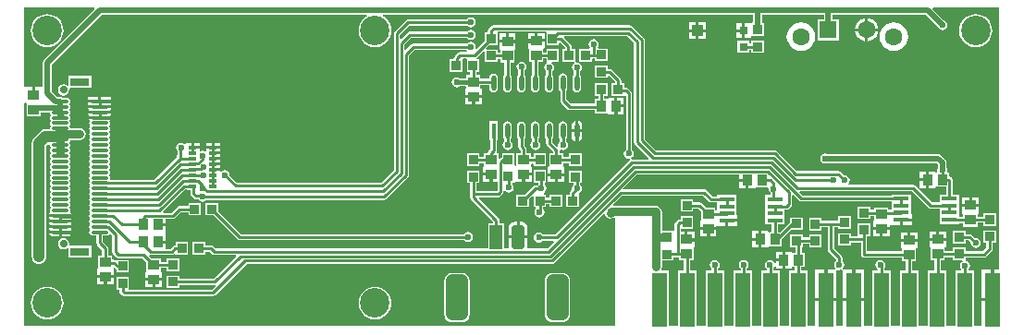
<source format=gtl>
G04*
G04 #@! TF.GenerationSoftware,Altium Limited,Altium Designer,19.0.10 (269)*
G04*
G04 Layer_Physical_Order=1*
G04 Layer_Color=255*
%FSLAX25Y25*%
%MOIN*%
G70*
G01*
G75*
%ADD12C,0.01968*%
%ADD16C,0.01000*%
%ADD18R,0.05709X0.01772*%
%ADD19R,0.03937X0.03543*%
%ADD20R,0.03000X0.01400*%
%ADD21R,0.03347X0.03347*%
%ADD22R,0.03543X0.03937*%
%ADD23R,0.03347X0.03347*%
%ADD24R,0.05512X0.19685*%
%ADD25O,0.01772X0.05709*%
%ADD26R,0.01772X0.05709*%
G04:AMPARAMS|DCode=27|XSize=47.24mil|YSize=86.61mil|CornerRadius=11.81mil|HoleSize=0mil|Usage=FLASHONLY|Rotation=0.000|XOffset=0mil|YOffset=0mil|HoleType=Round|Shape=RoundedRectangle|*
%AMROUNDEDRECTD27*
21,1,0.04724,0.06299,0,0,0.0*
21,1,0.02362,0.08661,0,0,0.0*
1,1,0.02362,0.01181,-0.03150*
1,1,0.02362,-0.01181,-0.03150*
1,1,0.02362,-0.01181,0.03150*
1,1,0.02362,0.01181,0.03150*
%
%ADD27ROUNDEDRECTD27*%
%ADD28R,0.04724X0.08661*%
G04:AMPARAMS|DCode=29|XSize=78.74mil|YSize=165.35mil|CornerRadius=19.68mil|HoleSize=0mil|Usage=FLASHONLY|Rotation=0.000|XOffset=0mil|YOffset=0mil|HoleType=Round|Shape=RoundedRectangle|*
%AMROUNDEDRECTD29*
21,1,0.07874,0.12598,0,0,0.0*
21,1,0.03937,0.16535,0,0,0.0*
1,1,0.03937,0.01968,-0.06299*
1,1,0.03937,-0.01968,-0.06299*
1,1,0.03937,-0.01968,0.06299*
1,1,0.03937,0.01968,0.06299*
%
%ADD29ROUNDEDRECTD29*%
%ADD30R,0.03150X0.03150*%
%ADD31R,0.07087X0.03150*%
%ADD32R,0.06299X0.01181*%
%ADD33O,0.06299X0.01181*%
%ADD56R,0.03937X0.03937*%
%ADD57C,0.03937*%
%ADD58C,0.01575*%
%ADD59C,0.02953*%
%ADD60C,0.06299*%
%ADD61R,0.06299X0.06299*%
%ADD62C,0.10630*%
%ADD63C,0.02756*%
%ADD64C,0.02362*%
G36*
X352699Y21866D02*
X350894D01*
Y11024D01*
X350394D01*
Y10524D01*
X346638D01*
Y1631D01*
X343750D01*
Y21466D01*
X342084D01*
X341953Y21696D01*
X341879Y21966D01*
X342229Y22490D01*
X342367Y23185D01*
X342229Y23880D01*
X341835Y24469D01*
X341246Y24863D01*
X341108Y24891D01*
X340856Y25286D01*
X340856Y25377D01*
Y26339D01*
X347342D01*
X347342Y26339D01*
X347772Y26425D01*
X348136Y26668D01*
X350202Y28734D01*
X350446Y29098D01*
X350531Y29528D01*
X350531Y29528D01*
Y31550D01*
X351683D01*
Y36097D01*
X347136D01*
Y31550D01*
X348288D01*
Y29992D01*
X346878Y28582D01*
X340856D01*
Y29832D01*
X336309D01*
Y28681D01*
X333631D01*
X333277Y29034D01*
X333277Y29861D01*
X333677Y30102D01*
X333677Y30172D01*
X333677Y30172D01*
Y32374D01*
X330709D01*
X327740D01*
Y30172D01*
X327740Y30172D01*
Y30102D01*
X328140Y29861D01*
X328140Y29602D01*
Y25187D01*
X329587D01*
Y21466D01*
X327038D01*
Y1631D01*
X323750D01*
Y21466D01*
X321515D01*
Y24853D01*
X322962D01*
X322962Y29526D01*
X323362Y29768D01*
X323362Y29838D01*
X323362Y29838D01*
Y32039D01*
X320394D01*
X317425D01*
Y29838D01*
X317425Y29838D01*
Y29768D01*
X317825Y29526D01*
X317825Y29268D01*
Y28582D01*
X305271D01*
Y34046D01*
X306407D01*
Y38592D01*
X301861D01*
Y34046D01*
X301393Y33967D01*
X299517D01*
Y35118D01*
X294971D01*
Y30572D01*
X299517D01*
Y31723D01*
X303028D01*
Y27461D01*
X303113Y27031D01*
X303357Y26668D01*
X303720Y26425D01*
X304150Y26339D01*
X317825D01*
Y24853D01*
X319272D01*
Y21466D01*
X317038D01*
Y1631D01*
X313750D01*
Y21466D01*
X311515D01*
Y22625D01*
X311717Y22927D01*
X311855Y23622D01*
X311717Y24317D01*
X311323Y24906D01*
X310734Y25300D01*
X310039Y25438D01*
X309344Y25300D01*
X308755Y24906D01*
X308362Y24317D01*
X308223Y23622D01*
X308362Y22927D01*
X308755Y22338D01*
X309272Y21993D01*
Y21466D01*
X307038D01*
Y1631D01*
X304150D01*
Y10524D01*
X300394D01*
X296638D01*
Y1631D01*
X294150D01*
Y10524D01*
X290394D01*
X286638D01*
Y1631D01*
X283750D01*
Y21466D01*
X281515D01*
Y22808D01*
X282972D01*
Y27945D01*
X281722D01*
Y30109D01*
X282059D01*
Y31260D01*
X284365D01*
Y29987D01*
X288911D01*
Y34533D01*
X284365D01*
Y33503D01*
X282059D01*
Y34655D01*
X277513D01*
Y30109D01*
X279479D01*
Y28299D01*
X279126Y27945D01*
X278299Y27945D01*
X278058Y28345D01*
X277988Y28345D01*
X277988Y28345D01*
X275786D01*
Y25377D01*
Y22408D01*
X277988D01*
X277988Y22408D01*
X278058D01*
X278299Y22808D01*
X278557Y22808D01*
X279272D01*
Y21466D01*
X277038D01*
Y1631D01*
X273750D01*
Y21466D01*
X271515D01*
Y22284D01*
X271595Y22338D01*
X271989Y22927D01*
X272014Y23053D01*
X272514Y23004D01*
Y22408D01*
X274786D01*
Y24877D01*
X272514D01*
Y24240D01*
X272014Y24191D01*
X271989Y24317D01*
X271595Y24906D01*
X271006Y25300D01*
X270311Y25438D01*
X269616Y25300D01*
X269027Y24906D01*
X268634Y24317D01*
X268495Y23622D01*
X268634Y22927D01*
X269027Y22338D01*
X269272Y22174D01*
Y21466D01*
X267038D01*
Y1631D01*
X263750D01*
Y21466D01*
X261948D01*
Y22229D01*
X262111Y22338D01*
X262505Y22927D01*
X262643Y23622D01*
X262505Y24317D01*
X262111Y24906D01*
X261522Y25300D01*
X260827Y25438D01*
X260132Y25300D01*
X259543Y24906D01*
X259149Y24317D01*
X259011Y23622D01*
X259149Y22927D01*
X259543Y22338D01*
X259705Y22229D01*
Y21466D01*
X257038D01*
Y1631D01*
X253750D01*
Y21466D01*
X251488D01*
Y22229D01*
X251650Y22338D01*
X252044Y22927D01*
X252182Y23622D01*
X252044Y24317D01*
X251650Y24906D01*
X251061Y25300D01*
X250366Y25438D01*
X249671Y25300D01*
X249082Y24906D01*
X248688Y24317D01*
X248550Y23622D01*
X248688Y22927D01*
X249082Y22338D01*
X249245Y22229D01*
Y21466D01*
X247038D01*
Y1631D01*
X243750D01*
Y21466D01*
X241515D01*
Y25187D01*
X242726D01*
Y29931D01*
X243126Y30102D01*
Y32374D01*
X240158D01*
Y32874D01*
X239657D01*
Y35646D01*
X238129D01*
Y36703D01*
X242667D01*
Y41250D01*
X238121D01*
Y40098D01*
X237795D01*
X237366Y40013D01*
X237002Y39769D01*
X237002Y39769D01*
X236215Y38982D01*
X235972Y38618D01*
X235886Y38189D01*
X235886Y38189D01*
Y36193D01*
X235541Y35836D01*
X231448D01*
Y42584D01*
X231287Y43394D01*
X230828Y44080D01*
X230571Y44337D01*
X229884Y44796D01*
X229074Y44957D01*
X213866D01*
X213674Y45419D01*
X216894Y48639D01*
X246124D01*
X248223Y46540D01*
X248587Y46297D01*
X249016Y46211D01*
X249016Y46211D01*
X251261D01*
Y43149D01*
X250600D01*
Y44399D01*
X247246D01*
X245773Y45872D01*
X245409Y46115D01*
X244980Y46200D01*
X244980Y46200D01*
X242667D01*
Y47352D01*
X238121D01*
Y42805D01*
X242667D01*
Y43957D01*
X244516D01*
X245463Y43010D01*
Y39656D01*
X245063Y39484D01*
Y37213D01*
X251000D01*
Y37770D01*
X254215D01*
Y39656D01*
X254715D01*
Y40156D01*
X258569D01*
Y41542D01*
X258169D01*
Y45847D01*
Y48819D01*
X251261D01*
Y48455D01*
X249480D01*
X247381Y50554D01*
X247017Y50797D01*
X246588Y50882D01*
X246588Y50882D01*
X217528D01*
X217336Y51344D01*
X222270Y56278D01*
X259335D01*
Y54681D01*
X262106D01*
Y54181D01*
X262606D01*
Y51213D01*
X264878D01*
X265050Y51613D01*
X269425D01*
X269839Y51132D01*
X269838Y51124D01*
X269976Y50429D01*
X270369Y49840D01*
X270532Y49731D01*
Y48819D01*
X268583D01*
Y45847D01*
Y43288D01*
Y40729D01*
Y38170D01*
X270916D01*
Y35796D01*
X270563Y35443D01*
X269780Y35443D01*
X269539Y35843D01*
X269469Y35842D01*
X269469Y35842D01*
X267267D01*
Y32874D01*
Y29906D01*
X269469D01*
X269469Y29906D01*
X269539D01*
X269780Y30305D01*
X270039Y30305D01*
X274454D01*
Y32846D01*
X277819Y36211D01*
X282059D01*
Y40758D01*
X278715D01*
X278614Y40778D01*
X278514Y40758D01*
X277513D01*
Y39756D01*
X277493Y39656D01*
X277513Y39555D01*
Y39077D01*
X273879Y35443D01*
X273159D01*
Y38170D01*
X275492D01*
Y40729D01*
Y43652D01*
X276270D01*
X276270Y43652D01*
X276699Y43738D01*
X277063Y43981D01*
X277810Y44728D01*
X277810Y44728D01*
X278053Y45092D01*
X278139Y45521D01*
Y48783D01*
X278601Y48974D01*
X280765Y46810D01*
X280765Y46810D01*
X281129Y46567D01*
X281558Y46482D01*
X281558Y46482D01*
X314164D01*
Y43543D01*
X312962D01*
Y44399D01*
X307825D01*
Y43543D01*
X306407D01*
Y44695D01*
X301861D01*
Y40148D01*
X306407D01*
Y41300D01*
X307825D01*
X307825Y39726D01*
X307425Y39484D01*
X307425Y39415D01*
X307425Y39415D01*
Y37213D01*
X313362D01*
Y37802D01*
X313764Y38040D01*
X313862Y38040D01*
X317118D01*
Y39926D01*
X317618D01*
Y40426D01*
X321472D01*
Y41812D01*
X321072D01*
Y46117D01*
Y49089D01*
X314164D01*
Y48725D01*
X282022D01*
X280970Y49777D01*
X281161Y50239D01*
X321511D01*
X327499Y44251D01*
X327863Y44008D01*
X328292Y43922D01*
X328292Y43922D01*
X331487D01*
Y40999D01*
Y38440D01*
X338395D01*
Y38706D01*
X339951D01*
Y37456D01*
X345088D01*
Y38805D01*
X347136D01*
Y37653D01*
X351683D01*
Y42199D01*
X347136D01*
Y41048D01*
X345442D01*
X345088Y41401D01*
X345088Y42129D01*
X345488Y42371D01*
X345488Y42441D01*
X345488Y42441D01*
Y44642D01*
X342520D01*
X339551D01*
Y42441D01*
X339551Y42441D01*
Y42371D01*
X339951Y42129D01*
X339951Y41871D01*
Y40949D01*
X338395D01*
Y43558D01*
Y46117D01*
Y49089D01*
X336063D01*
Y54391D01*
X335977Y54820D01*
X335734Y55184D01*
X335370Y55427D01*
X334941Y55512D01*
X334753D01*
Y56959D01*
X334332D01*
X334076Y57459D01*
X334198Y58071D01*
X334060Y58766D01*
X333997Y58859D01*
Y60532D01*
X333874Y61150D01*
X333524Y61674D01*
X332000Y63197D01*
X331476Y63547D01*
X330858Y63670D01*
X290946D01*
X290852Y63733D01*
X290158Y63871D01*
X289462Y63733D01*
X288873Y63339D01*
X288480Y62750D01*
X288341Y62055D01*
X288480Y61360D01*
X288873Y60771D01*
X289462Y60377D01*
X290158Y60239D01*
X290852Y60377D01*
X290946Y60440D01*
X330189D01*
X330767Y59862D01*
Y58859D01*
X330704Y58766D01*
X330566Y58071D01*
X330665Y57573D01*
X330352Y57129D01*
X329982Y57122D01*
X329839Y57359D01*
X329769Y57359D01*
X329769Y57359D01*
X327567D01*
Y54391D01*
Y51422D01*
X329769D01*
X329769Y51422D01*
X329839D01*
X330080Y51822D01*
X330339Y51822D01*
X333819D01*
Y49089D01*
X331487D01*
Y46166D01*
X328757D01*
X322769Y52154D01*
X322405Y52397D01*
X321976Y52482D01*
X321976Y52482D01*
X298810D01*
X298617Y52982D01*
X298922Y53439D01*
X299060Y54134D01*
X298922Y54829D01*
X298528Y55418D01*
X297939Y55812D01*
X297244Y55950D01*
X297052Y55912D01*
X295756Y57208D01*
X295392Y57451D01*
X294963Y57537D01*
X294963Y57537D01*
X279999D01*
X272943Y64592D01*
X272579Y64835D01*
X272150Y64921D01*
X272150Y64921D01*
X229282D01*
X225163Y69041D01*
Y104797D01*
X225163Y104797D01*
X225077Y105226D01*
X224834Y105590D01*
X220549Y109875D01*
X220185Y110118D01*
X219756Y110204D01*
X219756Y110203D01*
X170720D01*
X170291Y110118D01*
X169927Y109875D01*
X169927Y109875D01*
X168990Y108939D01*
X168747Y108575D01*
X168662Y108146D01*
X168662Y108146D01*
Y107509D01*
X167510D01*
Y104548D01*
X164579Y101617D01*
X164118Y101864D01*
X164218Y102362D01*
X164079Y103057D01*
X163686Y103646D01*
X163096Y104040D01*
X162402Y104178D01*
X161707Y104040D01*
X161117Y103646D01*
X161009Y103484D01*
X141732D01*
X141732Y103484D01*
X141303Y103398D01*
X140939Y103155D01*
X140939Y103155D01*
X139010Y101226D01*
X138548Y101418D01*
Y103171D01*
X141027Y105650D01*
X161009D01*
X161117Y105488D01*
X161707Y105094D01*
X162402Y104956D01*
X163096Y105094D01*
X163686Y105488D01*
X164079Y106077D01*
X164218Y106772D01*
X164079Y107467D01*
X163686Y108056D01*
X163096Y108449D01*
X162402Y108588D01*
X161707Y108449D01*
X161117Y108056D01*
X161009Y107893D01*
X140563D01*
X140563Y107893D01*
X140134Y107808D01*
X139770Y107565D01*
X137410Y105205D01*
X136948Y105396D01*
Y106739D01*
X140308Y110099D01*
X161009D01*
X161117Y109936D01*
X161707Y109543D01*
X162402Y109405D01*
X163096Y109543D01*
X163686Y109936D01*
X164079Y110526D01*
X164218Y111221D01*
X164079Y111915D01*
X163686Y112505D01*
X163096Y112898D01*
X162402Y113037D01*
X161707Y112898D01*
X161117Y112505D01*
X161009Y112342D01*
X139843D01*
X139843Y112342D01*
X139414Y112257D01*
X139050Y112013D01*
X139050Y112013D01*
X135034Y107997D01*
X134791Y107633D01*
X134705Y107204D01*
X134705Y107204D01*
Y57882D01*
X130175Y53352D01*
X78156D01*
X75597Y55911D01*
X75635Y56102D01*
X75497Y56797D01*
X75103Y57386D01*
X74514Y57780D01*
X73819Y57918D01*
X73124Y57780D01*
X72595Y57427D01*
X72337Y57495D01*
X72228Y57555D01*
X69595D01*
Y58555D01*
X72095D01*
Y59555D01*
X69595D01*
Y60555D01*
X72095D01*
Y61555D01*
X69595D01*
Y62555D01*
X72095D01*
Y63555D01*
X69595D01*
Y64555D01*
X72095D01*
Y65555D01*
X69595D01*
X67095D01*
Y64896D01*
X66722Y64697D01*
X66595Y64679D01*
X65945Y64808D01*
X65295Y64679D01*
X65168Y64697D01*
X64795Y64896D01*
Y65555D01*
X62295D01*
Y66055D01*
X61795D01*
Y67755D01*
X59795D01*
Y67471D01*
X59553Y67338D01*
X59295Y67269D01*
X58766Y67623D01*
X58071Y67761D01*
X57376Y67623D01*
X56787Y67229D01*
X56393Y66640D01*
X56255Y65945D01*
X56393Y65250D01*
X56689Y64808D01*
Y63593D01*
X56620Y63247D01*
X56620Y63247D01*
Y62520D01*
X48371Y54271D01*
X32721D01*
X32444Y54771D01*
X32513Y55118D01*
X32421Y55583D01*
X32157Y55976D01*
Y56228D01*
X32421Y56622D01*
X32513Y57087D01*
X32421Y57551D01*
X32157Y57945D01*
Y58197D01*
X32421Y58591D01*
X32513Y59055D01*
X32421Y59520D01*
X32157Y59913D01*
Y60165D01*
X32421Y60559D01*
X32513Y61024D01*
X32421Y61488D01*
X32157Y61882D01*
Y62134D01*
X32421Y62528D01*
X32513Y62992D01*
X32421Y63457D01*
X32157Y63850D01*
Y64102D01*
X32421Y64496D01*
X32513Y64961D01*
X32421Y65425D01*
X32157Y65819D01*
Y66071D01*
X32421Y66465D01*
X32513Y66929D01*
X32421Y67394D01*
X32157Y67787D01*
Y68039D01*
X32421Y68433D01*
X32513Y68898D01*
X32421Y69362D01*
X32157Y69756D01*
Y70008D01*
X32421Y70402D01*
X32513Y70866D01*
X32421Y71331D01*
X32157Y71724D01*
Y71976D01*
X32421Y72370D01*
X32513Y72835D01*
X32421Y73299D01*
X32157Y73693D01*
Y73945D01*
X32421Y74339D01*
X32513Y74803D01*
X32421Y75268D01*
X32263Y75503D01*
X32446Y75625D01*
X32798Y76151D01*
X32821Y76272D01*
X24659D01*
X24683Y76151D01*
X25034Y75625D01*
X25217Y75503D01*
X25060Y75268D01*
X24967Y74803D01*
X25060Y74339D01*
X25323Y73945D01*
Y73693D01*
X25060Y73299D01*
X24967Y72835D01*
X25060Y72370D01*
X25323Y71976D01*
Y71724D01*
X25060Y71331D01*
X24967Y70866D01*
X25060Y70402D01*
X25323Y70008D01*
Y69756D01*
X25060Y69362D01*
X24967Y68898D01*
X25060Y68433D01*
X25323Y68039D01*
Y67787D01*
X25060Y67394D01*
X24967Y66929D01*
X25060Y66465D01*
X25323Y66071D01*
Y65819D01*
X25060Y65425D01*
X24967Y64961D01*
X25060Y64496D01*
X25323Y64102D01*
Y63850D01*
X25060Y63457D01*
X24967Y62992D01*
X25060Y62528D01*
X25323Y62134D01*
Y61882D01*
X25060Y61488D01*
X24967Y61024D01*
X25060Y60559D01*
X25323Y60165D01*
Y59913D01*
X25060Y59520D01*
X24967Y59055D01*
X25060Y58591D01*
X25323Y58197D01*
Y57945D01*
X25060Y57551D01*
X24967Y57087D01*
X25060Y56622D01*
X25323Y56228D01*
Y55976D01*
X25060Y55583D01*
X24967Y55118D01*
X25060Y54654D01*
X25323Y54260D01*
Y54008D01*
X25060Y53614D01*
X24967Y53150D01*
X25060Y52685D01*
X25323Y52291D01*
Y52039D01*
X25060Y51646D01*
X24967Y51181D01*
X25060Y50717D01*
X25323Y50323D01*
Y50071D01*
X25060Y49677D01*
X24967Y49213D01*
X25060Y48748D01*
X25323Y48354D01*
Y48102D01*
X25060Y47709D01*
X24967Y47244D01*
X25060Y46780D01*
X25323Y46386D01*
Y46134D01*
X25060Y45740D01*
X24967Y45276D01*
X25060Y44811D01*
X25323Y44417D01*
Y44165D01*
X25060Y43772D01*
X24967Y43307D01*
X25060Y42843D01*
X25323Y42449D01*
Y42197D01*
X25060Y41803D01*
X24967Y41339D01*
X25060Y40874D01*
X25323Y40480D01*
Y40228D01*
X25060Y39835D01*
X24967Y39370D01*
X25060Y38906D01*
X25323Y38512D01*
Y38260D01*
X25060Y37866D01*
X24967Y37402D01*
X25060Y36937D01*
X25323Y36543D01*
Y36291D01*
X25060Y35898D01*
X24967Y35433D01*
X25060Y34969D01*
X25323Y34575D01*
X25717Y34312D01*
X26181Y34219D01*
X27619D01*
Y31496D01*
X27619Y31496D01*
X27704Y31067D01*
X27947Y30703D01*
X29587Y29063D01*
Y27076D01*
X28140D01*
X28140Y22403D01*
X27740Y22161D01*
X27740Y22092D01*
X27740Y22092D01*
Y19890D01*
X33677D01*
Y22092D01*
X33677Y22092D01*
Y22161D01*
X33520Y22256D01*
X33533Y22441D01*
X34049Y22632D01*
X34345Y22337D01*
X34345Y22337D01*
X34709Y22094D01*
X34735Y22089D01*
Y20857D01*
X39281D01*
Y25403D01*
X34735D01*
X34735Y25403D01*
X34255Y25452D01*
X33858Y25531D01*
X33858Y25531D01*
X33277D01*
Y27076D01*
X31830D01*
Y29528D01*
X31745Y29957D01*
X31502Y30321D01*
X31502Y30321D01*
X29862Y31961D01*
Y34219D01*
X31299D01*
X31764Y34312D01*
X32157Y34575D01*
X32197Y34633D01*
X32838Y34699D01*
X33327Y34210D01*
Y28346D01*
X33327Y28346D01*
X33413Y27917D01*
X33656Y27553D01*
X34778Y26431D01*
X34778Y26431D01*
X35142Y26188D01*
X35571Y26103D01*
X35571Y26103D01*
X44161D01*
X45660Y24604D01*
X45660Y21320D01*
X45260Y21079D01*
X45260Y21009D01*
X45260Y21009D01*
Y18807D01*
X51197D01*
Y21009D01*
X51197Y21009D01*
Y21079D01*
X50797Y21320D01*
X50797Y21579D01*
Y22501D01*
X52845D01*
Y21349D01*
X57391D01*
Y25895D01*
X52845D01*
Y24744D01*
X50797D01*
Y25994D01*
X47443D01*
X46654Y26783D01*
X46909Y27234D01*
X47196Y27177D01*
X47196Y27177D01*
X54724D01*
X54724Y27177D01*
X55154Y27263D01*
X55518Y27506D01*
X55631Y27619D01*
X56093Y27428D01*
Y27254D01*
X60639D01*
Y31801D01*
X56093D01*
Y30649D01*
X55953D01*
X55524Y30564D01*
X55160Y30321D01*
X55160Y30321D01*
X54260Y29420D01*
X52673D01*
Y31390D01*
X49902D01*
Y32390D01*
X52673D01*
Y34761D01*
X52673Y34858D01*
X52673Y34858D01*
X52575Y35221D01*
X52575Y35221D01*
Y37689D01*
X49803D01*
Y38689D01*
X52575D01*
Y40217D01*
X55118D01*
X55118Y40217D01*
X55547Y40302D01*
X55911Y40545D01*
X58009Y42643D01*
X60719D01*
Y41491D01*
X65265D01*
Y46038D01*
X60719D01*
Y44886D01*
X57544D01*
X57544Y44886D01*
X57115Y44801D01*
X56751Y44558D01*
X54654Y42460D01*
X51753D01*
X51546Y42960D01*
X59520Y50934D01*
X60195D01*
Y50755D01*
X61477D01*
Y49375D01*
X61477Y49375D01*
X61562Y48946D01*
X61805Y48582D01*
X62691Y47696D01*
X62691Y47696D01*
X63055Y47453D01*
X63484Y47367D01*
X64378D01*
X64661Y46944D01*
X65250Y46551D01*
X65945Y46412D01*
X66640Y46551D01*
X67229Y46944D01*
X67338Y47107D01*
X131163D01*
X131163Y47107D01*
X131592Y47192D01*
X131956Y47435D01*
X139820Y55299D01*
X139820Y55299D01*
X140063Y55663D01*
X140148Y56092D01*
Y99192D01*
X142197Y101241D01*
X160876D01*
X161087Y100982D01*
X160879Y100482D01*
X158661D01*
X158232Y100396D01*
X157868Y100153D01*
X157868Y100153D01*
X156687Y98972D01*
X156444Y98608D01*
X156359Y98179D01*
X155961Y97943D01*
X154912D01*
Y93396D01*
X159458D01*
Y97943D01*
X159836Y98239D01*
X160637D01*
X161014Y97943D01*
X161014Y97739D01*
Y93396D01*
X162264D01*
Y92136D01*
X160817D01*
Y91080D01*
X158422D01*
X158175Y91245D01*
X157480Y91383D01*
X156785Y91245D01*
X156196Y90851D01*
X155803Y90262D01*
X155664Y89567D01*
X155803Y88872D01*
X156196Y88283D01*
X156785Y87889D01*
X157480Y87751D01*
X158175Y87889D01*
X158717Y88251D01*
X160464D01*
X160789Y87925D01*
X160754Y87424D01*
X160417Y87221D01*
X160417Y87151D01*
X160417Y87151D01*
Y84949D01*
X166354D01*
Y87151D01*
X166354Y87151D01*
Y87221D01*
X165954Y87462D01*
X165954Y87721D01*
Y88643D01*
X169205D01*
Y87402D01*
X169320Y86822D01*
X169649Y86331D01*
X170140Y86002D01*
X170720Y85887D01*
X171300Y86002D01*
X171791Y86331D01*
X172119Y86822D01*
X172235Y87402D01*
Y91339D01*
X172119Y91919D01*
X171791Y92410D01*
X171300Y92738D01*
X170720Y92854D01*
X170140Y92738D01*
X169649Y92410D01*
X169320Y91919D01*
X169205Y91339D01*
Y90886D01*
X165954D01*
Y92136D01*
X164507D01*
Y93396D01*
X165561D01*
Y97943D01*
X164666D01*
X164515Y98443D01*
X164701Y98567D01*
X167048Y100914D01*
X167510Y100723D01*
Y96860D01*
X172057D01*
Y98011D01*
X173120D01*
Y96761D01*
X174598D01*
Y92335D01*
X174320Y91919D01*
X174205Y91339D01*
Y87402D01*
X174320Y86822D01*
X174649Y86331D01*
X175140Y86002D01*
X175720Y85887D01*
X176300Y86002D01*
X176791Y86331D01*
X177119Y86822D01*
X177235Y87402D01*
Y91339D01*
X177119Y91919D01*
X176841Y92335D01*
Y96761D01*
X178258D01*
X178258Y101435D01*
X178657Y101676D01*
X178657Y101746D01*
X178657Y101746D01*
Y103948D01*
X175689D01*
X172721D01*
Y101746D01*
X172721Y101746D01*
Y101676D01*
X173120Y101435D01*
X173120Y101176D01*
Y100255D01*
X172057D01*
Y101406D01*
X168194D01*
X168002Y101868D01*
X169096Y102962D01*
X172057D01*
Y107509D01*
X172057D01*
X172173Y107960D01*
X189339D01*
X189705Y107637D01*
Y103091D01*
X194252D01*
Y103652D01*
X194752Y103859D01*
X196477Y102134D01*
X196422Y101634D01*
X195512D01*
Y97087D01*
X199595D01*
X199603Y97087D01*
X199603Y97087D01*
X199811Y97087D01*
X199918Y96587D01*
X199436Y96265D01*
X199042Y95676D01*
X198904Y94981D01*
X199042Y94286D01*
X199436Y93697D01*
X199598Y93588D01*
Y92335D01*
X199320Y91919D01*
X199205Y91339D01*
Y87402D01*
X199320Y86822D01*
X199649Y86331D01*
X200140Y86002D01*
X200720Y85887D01*
X201300Y86002D01*
X201791Y86331D01*
X202119Y86822D01*
X202235Y87402D01*
Y91339D01*
X202119Y91919D01*
X201841Y92335D01*
Y93588D01*
X202004Y93697D01*
X202397Y94286D01*
X202536Y94981D01*
X202397Y95676D01*
X202004Y96265D01*
X201415Y96659D01*
X200854Y96770D01*
X200720Y96797D01*
X200392Y96763D01*
X200059Y97175D01*
X200059Y97484D01*
Y101634D01*
X198759D01*
Y102559D01*
X198759Y102559D01*
X198674Y102988D01*
X198431Y103352D01*
X198431Y103352D01*
X196121Y105662D01*
X196328Y106162D01*
X218827D01*
X221319Y103669D01*
Y67913D01*
X221319Y67913D01*
X221405Y67484D01*
X221648Y67120D01*
X226586Y62183D01*
X226394Y61721D01*
X220480D01*
X220480Y61721D01*
X220290Y62193D01*
X220772Y62515D01*
X221166Y63104D01*
X221304Y63799D01*
X221166Y64494D01*
X220772Y65083D01*
X220610Y65192D01*
Y85630D01*
X220610Y85630D01*
X220524Y86059D01*
X220281Y86423D01*
X219297Y87407D01*
X218933Y87650D01*
X218504Y87736D01*
X218504Y87736D01*
X217863D01*
Y89164D01*
X216711D01*
Y90316D01*
X216711Y90316D01*
X216625Y90745D01*
X216382Y91109D01*
X216382Y91109D01*
X213391Y94100D01*
X213028Y94343D01*
X212598Y94429D01*
X212598Y94429D01*
X211883D01*
Y95679D01*
X207337D01*
Y91132D01*
X211883D01*
Y91729D01*
X212383Y91936D01*
X214468Y89852D01*
Y89164D01*
X213316D01*
Y84618D01*
X217863D01*
Y84618D01*
X218363Y84633D01*
X218367Y84630D01*
Y65192D01*
X218204Y65083D01*
X217810Y64494D01*
X217672Y63799D01*
X217810Y63104D01*
X218204Y62515D01*
X218793Y62121D01*
X219488Y61983D01*
X219749Y62035D01*
X219944Y61564D01*
X219687Y61392D01*
X219687Y61392D01*
X192881Y34586D01*
X188401D01*
X188292Y34749D01*
X187703Y35142D01*
X187008Y35281D01*
X186313Y35142D01*
X185724Y34749D01*
X185330Y34159D01*
X185192Y33465D01*
X185330Y32770D01*
X185724Y32181D01*
X186313Y31787D01*
X187008Y31649D01*
X187703Y31787D01*
X188292Y32181D01*
X188401Y32343D01*
X192247D01*
X192438Y31881D01*
X190028Y29470D01*
X183113D01*
X182801Y29970D01*
X182932Y30630D01*
Y33279D01*
X176123D01*
Y30630D01*
X176254Y29970D01*
X175943Y29470D01*
X174616D01*
Y38710D01*
X172775D01*
Y39706D01*
X172775Y39706D01*
X172690Y40135D01*
X172447Y40499D01*
X172447Y40499D01*
X165316Y47629D01*
X165507Y48091D01*
X167249D01*
X167341Y48073D01*
X167341Y48073D01*
X170728D01*
X170728Y48073D01*
X170820Y48091D01*
X172441D01*
X172441Y48091D01*
X172870Y48176D01*
X173234Y48419D01*
X174004Y49190D01*
X174004Y49190D01*
X174247Y49553D01*
X174333Y49983D01*
X174333Y49983D01*
Y50136D01*
X174833Y50288D01*
X174897Y50191D01*
X175486Y49798D01*
X176181Y49659D01*
X176876Y49798D01*
X177465Y50191D01*
X177859Y50780D01*
X177997Y51475D01*
X177859Y52170D01*
X177465Y52759D01*
X177606Y53257D01*
X177680Y53337D01*
X178258Y53337D01*
X178672Y53544D01*
X178758Y53544D01*
X180968D01*
Y56315D01*
X181468D01*
Y56815D01*
X184437D01*
Y59017D01*
X184437Y59017D01*
Y59087D01*
X184037Y59328D01*
X184037Y59983D01*
X184537Y60393D01*
X184601Y60406D01*
X185101Y60013D01*
Y59357D01*
X189647D01*
Y63903D01*
X185101D01*
Y62752D01*
X184421D01*
X184421Y62752D01*
X184037Y63051D01*
Y64002D01*
X182590D01*
Y65579D01*
X182590Y65579D01*
X182505Y66008D01*
X182262Y66372D01*
X182262Y66372D01*
X181841Y66792D01*
Y69083D01*
X182119Y69499D01*
X182235Y70079D01*
Y74016D01*
X182119Y74596D01*
X181791Y75087D01*
X181299Y75416D01*
X180720Y75531D01*
X180140Y75416D01*
X179649Y75087D01*
X179320Y74596D01*
X179205Y74016D01*
Y70079D01*
X179320Y69499D01*
X179598Y69083D01*
Y66328D01*
X179598Y66328D01*
X179684Y65898D01*
X179927Y65534D01*
X180347Y65114D01*
Y64002D01*
X178900D01*
X178900Y59505D01*
X178732Y59425D01*
X178258Y59752D01*
Y63986D01*
X173711D01*
Y62581D01*
X173357Y62344D01*
X173356Y62344D01*
X172852Y61840D01*
X172352Y62047D01*
Y64028D01*
X172001D01*
X171733Y64528D01*
X171756Y64562D01*
X171841Y64991D01*
Y68593D01*
X172206D01*
Y75502D01*
X169234D01*
Y68593D01*
X169598D01*
Y65456D01*
X168990Y64848D01*
X168747Y64484D01*
X168662Y64055D01*
X168186Y64028D01*
X167215D01*
Y62673D01*
X165659D01*
Y63824D01*
X161113D01*
Y59278D01*
X165659D01*
Y60430D01*
X167215D01*
Y59285D01*
X166815Y59113D01*
Y56842D01*
X169783D01*
Y56342D01*
X170283D01*
Y53570D01*
X172090D01*
Y50447D01*
X171976Y50334D01*
X170747D01*
X170747Y50334D01*
X170655Y50316D01*
X167415D01*
X167323Y50334D01*
X167323Y50334D01*
X164507D01*
Y53176D01*
X165659D01*
Y57722D01*
X161113D01*
Y53176D01*
X162264D01*
Y47973D01*
X162264Y47973D01*
X162350Y47544D01*
X162593Y47180D01*
X170532Y39241D01*
Y38710D01*
X168691D01*
Y29470D01*
X70541D01*
X69691Y30321D01*
X69327Y30564D01*
X68898Y30649D01*
X68898Y30649D01*
X66742D01*
Y31801D01*
X62195D01*
Y27254D01*
X66742D01*
Y28406D01*
X68433D01*
X69283Y27556D01*
X69283Y27556D01*
X69647Y27313D01*
X70076Y27227D01*
X77769D01*
X77960Y26765D01*
X69836Y18641D01*
X57391D01*
Y19793D01*
X52845D01*
Y15246D01*
X57391D01*
Y16398D01*
X70207D01*
X70361Y16174D01*
X70430Y15914D01*
X69197Y14681D01*
X39751D01*
X39281Y14754D01*
Y19301D01*
X34735D01*
Y14754D01*
X35886D01*
Y14173D01*
X35886Y14173D01*
X35972Y13744D01*
X36215Y13380D01*
X36829Y12766D01*
X37193Y12523D01*
X37622Y12438D01*
X37622Y12438D01*
X69661D01*
X69661Y12438D01*
X70091Y12523D01*
X70454Y12766D01*
X81716Y24027D01*
X191818D01*
X191818Y24027D01*
X192247Y24113D01*
X192611Y24356D01*
X210265Y42010D01*
X210743Y41865D01*
X210791Y41625D01*
X211250Y40938D01*
X211937Y40479D01*
X212747Y40318D01*
X213557Y40479D01*
X213923Y40723D01*
X214567D01*
Y40048D01*
X214510Y39764D01*
X214510Y1631D01*
X1631D01*
Y81901D01*
X1953Y82268D01*
X2353Y82009D01*
X2353Y81768D01*
Y77353D01*
X7490D01*
Y78700D01*
X10802D01*
X10886Y78276D01*
X11150Y77882D01*
Y77630D01*
X10886Y77236D01*
X10794Y76772D01*
X10886Y76307D01*
X11150Y75913D01*
Y75661D01*
X10886Y75268D01*
X10794Y74803D01*
X10886Y74339D01*
X11150Y73945D01*
Y73693D01*
X10886Y73299D01*
X10794Y72835D01*
X10598Y72596D01*
X9202D01*
X8532Y72508D01*
X7907Y72249D01*
X7371Y71837D01*
X5058Y69525D01*
X4646Y68988D01*
X4387Y68363D01*
X4299Y67693D01*
Y26575D01*
X4387Y25904D01*
X4646Y25280D01*
X5058Y24743D01*
X5594Y24331D01*
X6219Y24072D01*
X6890Y23984D01*
X7560Y24072D01*
X8185Y24331D01*
X8722Y24743D01*
X9133Y25280D01*
X9392Y25904D01*
X9480Y26575D01*
Y66620D01*
X9988Y67127D01*
X10646Y67103D01*
X10794Y66929D01*
X10886Y66465D01*
X11150Y66071D01*
Y65819D01*
X10886Y65425D01*
X10794Y64961D01*
X10886Y64496D01*
X11150Y64102D01*
Y63850D01*
X10886Y63457D01*
X10794Y62992D01*
X10886Y62528D01*
X11150Y62134D01*
Y61882D01*
X10886Y61488D01*
X10794Y61024D01*
X10886Y60559D01*
X11150Y60165D01*
Y59913D01*
X10886Y59520D01*
X10794Y59055D01*
X10886Y58591D01*
X11150Y58197D01*
Y57945D01*
X10886Y57551D01*
X10794Y57087D01*
X10886Y56622D01*
X11150Y56228D01*
Y55976D01*
X10886Y55583D01*
X10794Y55118D01*
X10886Y54654D01*
X11150Y54260D01*
Y54008D01*
X10886Y53614D01*
X10794Y53150D01*
X10886Y52685D01*
X11150Y52291D01*
Y52039D01*
X10886Y51646D01*
X10794Y51181D01*
X10886Y50717D01*
X11150Y50323D01*
Y50071D01*
X10886Y49677D01*
X10794Y49213D01*
X10886Y48748D01*
X11150Y48354D01*
Y48102D01*
X10886Y47709D01*
X10794Y47244D01*
X10886Y46780D01*
X11150Y46386D01*
Y46134D01*
X10886Y45740D01*
X10794Y45276D01*
X10886Y44811D01*
X11150Y44417D01*
Y44165D01*
X10886Y43772D01*
X10794Y43307D01*
X10886Y42843D01*
X11044Y42607D01*
X10861Y42485D01*
X10510Y41959D01*
X10486Y41839D01*
X18648D01*
X18624Y41959D01*
X18273Y42485D01*
X18090Y42607D01*
X18248Y42843D01*
X18340Y43307D01*
X18248Y43772D01*
X17984Y44165D01*
Y44417D01*
X18248Y44811D01*
X18340Y45276D01*
X18248Y45740D01*
X17984Y46134D01*
Y46386D01*
X18248Y46780D01*
X18340Y47244D01*
X18248Y47709D01*
X17984Y48102D01*
Y48354D01*
X18248Y48748D01*
X18340Y49213D01*
X18248Y49677D01*
X17984Y50071D01*
Y50323D01*
X18248Y50717D01*
X18340Y51181D01*
X18248Y51646D01*
X17984Y52039D01*
Y52291D01*
X18248Y52685D01*
X18340Y53150D01*
X18248Y53614D01*
X17984Y54008D01*
Y54260D01*
X18248Y54654D01*
X18340Y55118D01*
X18248Y55583D01*
X17984Y55976D01*
Y56228D01*
X18248Y56622D01*
X18340Y57087D01*
X18248Y57551D01*
X17984Y57945D01*
Y58197D01*
X18248Y58591D01*
X18340Y59055D01*
X18248Y59520D01*
X17984Y59913D01*
Y60165D01*
X18248Y60559D01*
X18340Y61024D01*
X18248Y61488D01*
X17984Y61882D01*
Y62134D01*
X18248Y62528D01*
X18340Y62992D01*
X18248Y63457D01*
X17984Y63850D01*
Y64102D01*
X18248Y64496D01*
X18340Y64961D01*
X18248Y65425D01*
X17984Y65819D01*
Y66071D01*
X18248Y66465D01*
X18340Y66929D01*
X18248Y67394D01*
X17984Y67787D01*
Y68039D01*
X18248Y68433D01*
X18310Y68749D01*
X21654D01*
X22464Y68910D01*
X23151Y69369D01*
X23609Y70056D01*
X23771Y70866D01*
X23609Y71676D01*
X23151Y72363D01*
X22464Y72822D01*
X21654Y72983D01*
X18310D01*
X18248Y73299D01*
X17984Y73693D01*
Y73945D01*
X18248Y74339D01*
X18340Y74803D01*
X18248Y75268D01*
X17984Y75661D01*
Y75913D01*
X18248Y76307D01*
X18340Y76772D01*
X18248Y77236D01*
X17984Y77630D01*
Y77882D01*
X18248Y78276D01*
X18340Y78740D01*
X18248Y79205D01*
X17984Y79598D01*
Y79850D01*
X18248Y80244D01*
X18340Y80709D01*
X18248Y81173D01*
X17984Y81567D01*
Y81819D01*
X18248Y82213D01*
X18340Y82677D01*
X18248Y83142D01*
X17984Y83535D01*
X17591Y83799D01*
X17126Y83891D01*
X15602D01*
X15185Y84169D01*
X14567Y84292D01*
X13464D01*
X11458Y86299D01*
Y95985D01*
X29384Y113911D01*
X124902D01*
X125027Y113411D01*
X124651Y113210D01*
X123750Y112470D01*
X123011Y111570D01*
X122462Y110542D01*
X122123Y109427D01*
X122009Y108268D01*
X122123Y107108D01*
X122462Y105993D01*
X123011Y104966D01*
X123750Y104065D01*
X124651Y103326D01*
X125678Y102777D01*
X126793Y102438D01*
X127953Y102324D01*
X129112Y102438D01*
X130227Y102777D01*
X131255Y103326D01*
X132156Y104065D01*
X132895Y104966D01*
X133444Y105993D01*
X133782Y107108D01*
X133896Y108268D01*
X133782Y109427D01*
X133444Y110542D01*
X132895Y111570D01*
X132156Y112470D01*
X131255Y113210D01*
X130878Y113411D01*
X131004Y113911D01*
X264123D01*
Y111195D01*
X263623Y110829D01*
X263352Y110843D01*
X262975Y110843D01*
X261278D01*
Y108268D01*
Y105693D01*
X263352D01*
Y105817D01*
X263465Y106271D01*
X263852Y106271D01*
X268011D01*
Y110817D01*
X267354D01*
Y113911D01*
X289723D01*
Y112294D01*
X287589D01*
Y104795D01*
X295088D01*
Y112294D01*
X292954D01*
Y113911D01*
X326423D01*
X330682Y109652D01*
X330704Y109541D01*
X331098Y108952D01*
X331687Y108558D01*
X332382Y108420D01*
X333077Y108558D01*
X333666Y108952D01*
X334060Y109541D01*
X334198Y110236D01*
X334060Y110931D01*
X333666Y111520D01*
X333077Y111914D01*
X332967Y111936D01*
X328886Y116017D01*
X329077Y116479D01*
X352699D01*
Y21866D01*
D02*
G37*
G36*
X26922Y116017D02*
X8700Y97796D01*
X8350Y97272D01*
X8227Y96653D01*
Y88171D01*
X7890Y87811D01*
X7727Y87811D01*
X5421D01*
Y85039D01*
X4421D01*
Y87811D01*
X2131D01*
X1953Y87811D01*
X1631Y88178D01*
Y116479D01*
X26730D01*
X26922Y116017D01*
D02*
G37*
G36*
X237589Y25187D02*
X239272D01*
Y21466D01*
X237038D01*
Y1631D01*
X233750D01*
Y21466D01*
X231412D01*
X231145Y21966D01*
X231287Y22178D01*
X231448Y22988D01*
Y25187D01*
X235541D01*
Y26438D01*
X236762D01*
X236762Y26438D01*
X236762Y26438D01*
X237589D01*
Y25187D01*
D02*
G37*
G36*
X336309Y25286D02*
X339614D01*
X339741Y24786D01*
X339267Y24469D01*
X338873Y23880D01*
X338735Y23185D01*
X338873Y22490D01*
X339224Y21966D01*
X339107Y21539D01*
X339074Y21466D01*
X337038D01*
Y1631D01*
X333750D01*
Y21466D01*
X331830D01*
Y25187D01*
X333277D01*
Y26438D01*
X336309D01*
Y25286D01*
D02*
G37*
%LPC*%
G36*
X305618Y112664D02*
Y109044D01*
X309238D01*
X309161Y109627D01*
X308743Y110637D01*
X308078Y111504D01*
X307211Y112169D01*
X306201Y112587D01*
X305618Y112664D01*
D02*
G37*
G36*
X304618D02*
X304035Y112587D01*
X303025Y112169D01*
X302159Y111504D01*
X301493Y110637D01*
X301075Y109627D01*
X300998Y109044D01*
X304618D01*
Y112664D01*
D02*
G37*
G36*
X260278Y110843D02*
X258203D01*
Y108768D01*
X260278D01*
Y110843D01*
D02*
G37*
G36*
X247063Y111236D02*
X244595D01*
Y108768D01*
X247063D01*
Y111236D01*
D02*
G37*
G36*
X243595D02*
X241126D01*
Y108768D01*
X243595D01*
Y111236D01*
D02*
G37*
G36*
X260278Y107768D02*
X258203D01*
Y105693D01*
X260278D01*
Y107768D01*
D02*
G37*
G36*
X247063Y107768D02*
X244595D01*
Y105299D01*
X247063D01*
Y107768D01*
D02*
G37*
G36*
X243595D02*
X241126D01*
Y105299D01*
X243595D01*
Y107768D01*
D02*
G37*
G36*
X189041Y107447D02*
X186573D01*
Y105175D01*
X189041D01*
Y107447D01*
D02*
G37*
G36*
X185573D02*
X183104D01*
Y105175D01*
X185573D01*
Y107447D01*
D02*
G37*
G36*
X178657Y107220D02*
X176189D01*
Y104948D01*
X178657D01*
Y107220D01*
D02*
G37*
G36*
X175189D02*
X172721D01*
Y104948D01*
X175189D01*
Y107220D01*
D02*
G37*
G36*
X309238Y108044D02*
X305618D01*
Y104425D01*
X306201Y104501D01*
X307211Y104919D01*
X308078Y105585D01*
X308743Y106451D01*
X309161Y107461D01*
X309238Y108044D01*
D02*
G37*
G36*
X304618D02*
X300998D01*
X301075Y107461D01*
X301493Y106451D01*
X302159Y105585D01*
X303025Y104919D01*
X304035Y104501D01*
X304618Y104425D01*
Y108044D01*
D02*
G37*
G36*
X268011Y104715D02*
X263465D01*
Y103563D01*
X262952D01*
Y104537D01*
X258603D01*
Y100187D01*
X262952D01*
Y101320D01*
X263465D01*
Y100169D01*
X268011D01*
Y104715D01*
D02*
G37*
G36*
X344488Y114211D02*
X343329Y114097D01*
X342214Y113759D01*
X341186Y113210D01*
X340285Y112470D01*
X339546Y111570D01*
X338997Y110542D01*
X338659Y109427D01*
X338545Y108268D01*
X338659Y107108D01*
X338997Y105993D01*
X339546Y104966D01*
X340285Y104065D01*
X341186Y103326D01*
X342214Y102777D01*
X343329Y102438D01*
X344488Y102324D01*
X345648Y102438D01*
X346763Y102777D01*
X347790Y103326D01*
X348691Y104065D01*
X349430Y104966D01*
X349979Y105993D01*
X350318Y107108D01*
X350432Y108268D01*
X350318Y109427D01*
X349979Y110542D01*
X349430Y111570D01*
X348691Y112470D01*
X347790Y113210D01*
X346763Y113759D01*
X345648Y114097D01*
X344488Y114211D01*
D02*
G37*
G36*
X314961Y111236D02*
X313622Y111059D01*
X312375Y110543D01*
X311304Y109721D01*
X310482Y108650D01*
X309965Y107402D01*
X309789Y106064D01*
X309965Y104725D01*
X310482Y103478D01*
X311304Y102407D01*
X312375Y101585D01*
X313622Y101068D01*
X314961Y100892D01*
X316299Y101068D01*
X317547Y101585D01*
X318618Y102407D01*
X319440Y103478D01*
X319956Y104725D01*
X320132Y106064D01*
X319956Y107402D01*
X319440Y108650D01*
X318618Y109721D01*
X317547Y110543D01*
X316299Y111059D01*
X314961Y111236D01*
D02*
G37*
G36*
X281496D02*
X280157Y111059D01*
X278910Y110543D01*
X277839Y109721D01*
X277017Y108650D01*
X276501Y107402D01*
X276324Y106064D01*
X276501Y104725D01*
X277017Y103478D01*
X277839Y102407D01*
X278910Y101585D01*
X280157Y101068D01*
X281496Y100892D01*
X282835Y101068D01*
X284082Y101585D01*
X285153Y102407D01*
X285975Y103478D01*
X286492Y104725D01*
X286668Y106064D01*
X286492Y107402D01*
X285975Y108650D01*
X285153Y109721D01*
X284082Y110543D01*
X282835Y111059D01*
X281496Y111236D01*
D02*
G37*
G36*
X206693Y105162D02*
X205998Y105024D01*
X205409Y104631D01*
X205015Y104041D01*
X204877Y103347D01*
X205015Y102652D01*
X205361Y102134D01*
X205280Y101849D01*
X205151Y101634D01*
X201615D01*
Y97087D01*
X206161D01*
Y97967D01*
X206659Y98243D01*
X206682Y98239D01*
X207337D01*
Y97235D01*
X211883D01*
Y101781D01*
X208388D01*
X208123Y102281D01*
X208371Y102652D01*
X208509Y103347D01*
X208371Y104041D01*
X207977Y104631D01*
X207388Y105024D01*
X206693Y105162D01*
D02*
G37*
G36*
X25797Y91939D02*
X17510D01*
Y88565D01*
X17010Y88346D01*
X16520Y88674D01*
X15748Y88828D01*
X14976Y88674D01*
X14322Y88237D01*
X13885Y87583D01*
X13731Y86811D01*
X13885Y86039D01*
X14322Y85385D01*
X14976Y84948D01*
X15748Y84794D01*
X16520Y84948D01*
X17174Y85385D01*
X17611Y86039D01*
X17765Y86811D01*
X17709Y87089D01*
X18120Y87589D01*
X25797D01*
Y91939D01*
D02*
G37*
G36*
X189041Y104175D02*
X186073D01*
X183104D01*
Y101973D01*
X183104Y101973D01*
Y101903D01*
X183504Y101662D01*
X183504Y101403D01*
Y96989D01*
X184598D01*
Y92335D01*
X184320Y91919D01*
X184205Y91339D01*
Y87402D01*
X184320Y86822D01*
X184649Y86331D01*
X185140Y86002D01*
X185720Y85887D01*
X186300Y86002D01*
X186791Y86331D01*
X187119Y86822D01*
X187235Y87402D01*
Y91339D01*
X187119Y91919D01*
X186841Y92335D01*
Y96989D01*
X188641D01*
Y98140D01*
X189705D01*
Y97046D01*
X189705Y96989D01*
X189770Y96489D01*
X189436Y96265D01*
X189042Y95676D01*
X188904Y94981D01*
X189042Y94286D01*
X189436Y93697D01*
X189598Y93588D01*
Y92335D01*
X189320Y91919D01*
X189205Y91339D01*
Y87402D01*
X189320Y86822D01*
X189649Y86331D01*
X190140Y86002D01*
X190720Y85887D01*
X191299Y86002D01*
X191791Y86331D01*
X192119Y86822D01*
X192235Y87402D01*
Y91339D01*
X192119Y91919D01*
X191841Y92335D01*
Y93588D01*
X192004Y93697D01*
X192397Y94286D01*
X192536Y94981D01*
X192397Y95676D01*
X192004Y96265D01*
X191669Y96489D01*
X191821Y96989D01*
X194252D01*
Y101535D01*
X189705D01*
Y100383D01*
X188995D01*
X188641Y100737D01*
X188641Y101662D01*
X189041Y101903D01*
X189041Y101973D01*
X189041Y101973D01*
Y104175D01*
D02*
G37*
G36*
X180720Y96994D02*
X180025Y96855D01*
X179436Y96462D01*
X179042Y95873D01*
X178904Y95178D01*
X179042Y94483D01*
X179436Y93893D01*
X179598Y93785D01*
Y92335D01*
X179320Y91919D01*
X179205Y91339D01*
Y87402D01*
X179320Y86822D01*
X179649Y86331D01*
X180140Y86002D01*
X180720Y85887D01*
X181299Y86002D01*
X181791Y86331D01*
X182119Y86822D01*
X182235Y87402D01*
Y91339D01*
X182119Y91919D01*
X181841Y92335D01*
Y93785D01*
X182004Y93893D01*
X182397Y94483D01*
X182536Y95178D01*
X182397Y95873D01*
X182004Y96462D01*
X181415Y96855D01*
X180720Y96994D01*
D02*
G37*
G36*
X32890Y84268D02*
X29240D01*
Y83177D01*
X32890D01*
Y84268D01*
D02*
G37*
G36*
X28240D02*
X24590D01*
Y83177D01*
X28240D01*
Y84268D01*
D02*
G37*
G36*
X166354Y83949D02*
X163886D01*
Y81678D01*
X166354D01*
Y83949D01*
D02*
G37*
G36*
X162886D02*
X160417D01*
Y81678D01*
X162886D01*
Y83949D01*
D02*
G37*
G36*
X217574Y83954D02*
X215302D01*
Y81486D01*
X217574D01*
Y83954D01*
D02*
G37*
G36*
X32890Y82177D02*
X24590D01*
Y81209D01*
X32890D01*
Y82177D01*
D02*
G37*
G36*
X32821Y80209D02*
X24659D01*
X24683Y80088D01*
X24926Y79724D01*
X24683Y79361D01*
X24659Y79240D01*
X32821D01*
X32798Y79361D01*
X32555Y79724D01*
X32798Y80088D01*
X32821Y80209D01*
D02*
G37*
G36*
X217574Y80486D02*
X215302D01*
Y78017D01*
X217574D01*
Y80486D01*
D02*
G37*
G36*
X195720Y92854D02*
X195140Y92738D01*
X194649Y92410D01*
X194320Y91919D01*
X194205Y91339D01*
Y87402D01*
X194320Y86822D01*
X194649Y86331D01*
X194745Y86266D01*
Y82905D01*
X194745Y82905D01*
X194830Y82476D01*
X195073Y82112D01*
X197269Y79916D01*
X197633Y79672D01*
X198062Y79587D01*
X198062Y79587D01*
X207115D01*
Y78417D01*
X211789Y78417D01*
X212030Y78017D01*
X212100Y78017D01*
X212100Y78017D01*
X214302D01*
Y80986D01*
Y83954D01*
X212100D01*
X212100Y83954D01*
X212030D01*
X211789Y83554D01*
X211530Y83554D01*
X210609D01*
Y84618D01*
X211760D01*
Y89164D01*
X207214D01*
Y84618D01*
X208365D01*
Y83554D01*
X207115D01*
Y81830D01*
X198527D01*
X196988Y83369D01*
Y86625D01*
X197119Y86822D01*
X197235Y87402D01*
Y91339D01*
X197119Y91919D01*
X196791Y92410D01*
X196300Y92738D01*
X195720Y92854D01*
D02*
G37*
G36*
X32821Y78240D02*
X24659D01*
X24683Y78119D01*
X24926Y77756D01*
X24683Y77392D01*
X24659Y77272D01*
X32821D01*
X32798Y77392D01*
X32555Y77756D01*
X32798Y78119D01*
X32821Y78240D01*
D02*
G37*
G36*
X201220Y75839D02*
Y72548D01*
X202642D01*
Y74016D01*
X202496Y74752D01*
X202079Y75376D01*
X201456Y75792D01*
X201220Y75839D01*
D02*
G37*
G36*
X200220Y75839D02*
X199984Y75792D01*
X199360Y75376D01*
X198943Y74752D01*
X198797Y74016D01*
Y72548D01*
X200220D01*
Y75839D01*
D02*
G37*
G36*
Y71548D02*
X198797D01*
Y70079D01*
X198943Y69343D01*
X199360Y68719D01*
X199984Y68303D01*
X200220Y68256D01*
Y71548D01*
D02*
G37*
G36*
X202642D02*
X201220D01*
Y68256D01*
X201456Y68303D01*
X202079Y68719D01*
X202496Y69343D01*
X202642Y70079D01*
Y71548D01*
D02*
G37*
G36*
X72095Y67755D02*
X70095D01*
Y66555D01*
X72095D01*
Y67755D01*
D02*
G37*
G36*
X64795D02*
X62795D01*
Y66555D01*
X64795D01*
Y67755D01*
D02*
G37*
G36*
X69095D02*
X67095D01*
Y66555D01*
X69095D01*
Y67755D01*
D02*
G37*
G36*
X195720Y75531D02*
X195140Y75416D01*
X194649Y75087D01*
X194320Y74596D01*
X194205Y74016D01*
Y70079D01*
X194320Y69499D01*
X194598Y69083D01*
Y68322D01*
X194436Y68213D01*
X194042Y67624D01*
X193904Y66929D01*
X193978Y66555D01*
X193517Y66309D01*
X191841Y67985D01*
Y69083D01*
X192119Y69499D01*
X192235Y70079D01*
Y74016D01*
X192119Y74596D01*
X191791Y75087D01*
X191299Y75416D01*
X190720Y75531D01*
X190140Y75416D01*
X189649Y75087D01*
X189320Y74596D01*
X189205Y74016D01*
Y70079D01*
X189320Y69499D01*
X189598Y69083D01*
Y67520D01*
X189598Y67520D01*
X189684Y67091D01*
X189927Y66727D01*
X192158Y64496D01*
Y63923D01*
X190711D01*
X190711Y59249D01*
X190311Y59008D01*
X190311Y58938D01*
X190311Y58938D01*
Y56736D01*
X196248D01*
Y58938D01*
X196248Y58938D01*
Y59008D01*
X195848Y59249D01*
X195848Y59508D01*
Y60430D01*
X197828D01*
Y59278D01*
X202375D01*
Y63824D01*
X197828D01*
Y62673D01*
X195848D01*
Y63923D01*
X194401D01*
Y64961D01*
X194377Y65083D01*
X194827Y65384D01*
X195025Y65251D01*
X195720Y65113D01*
X196415Y65251D01*
X197004Y65645D01*
X197397Y66234D01*
X197536Y66929D01*
X197397Y67624D01*
X197004Y68213D01*
X196841Y68322D01*
Y69083D01*
X197119Y69499D01*
X197235Y70079D01*
Y74016D01*
X197119Y74596D01*
X196791Y75087D01*
X196300Y75416D01*
X195720Y75531D01*
D02*
G37*
G36*
X185720D02*
X185140Y75416D01*
X184649Y75087D01*
X184320Y74596D01*
X184205Y74016D01*
Y70079D01*
X184320Y69499D01*
X184598Y69083D01*
Y68322D01*
X184436Y68213D01*
X184042Y67624D01*
X183904Y66929D01*
X184042Y66234D01*
X184436Y65645D01*
X185025Y65251D01*
X185720Y65113D01*
X186415Y65251D01*
X187004Y65645D01*
X187398Y66234D01*
X187536Y66929D01*
X187398Y67624D01*
X187004Y68213D01*
X186841Y68322D01*
Y69083D01*
X187119Y69499D01*
X187235Y70079D01*
Y74016D01*
X187119Y74596D01*
X186791Y75087D01*
X186300Y75416D01*
X185720Y75531D01*
D02*
G37*
G36*
X175720D02*
X175140Y75416D01*
X174649Y75087D01*
X174320Y74596D01*
X174205Y74016D01*
Y70079D01*
X174320Y69499D01*
X174598Y69083D01*
Y68322D01*
X174436Y68213D01*
X174042Y67624D01*
X173904Y66929D01*
X174042Y66234D01*
X174436Y65645D01*
X175025Y65251D01*
X175720Y65113D01*
X176415Y65251D01*
X177004Y65645D01*
X177398Y66234D01*
X177536Y66929D01*
X177398Y67624D01*
X177004Y68213D01*
X176841Y68322D01*
Y69083D01*
X177119Y69499D01*
X177235Y70079D01*
Y74016D01*
X177119Y74596D01*
X176791Y75087D01*
X176300Y75416D01*
X175720Y75531D01*
D02*
G37*
G36*
X326567Y57359D02*
X324295D01*
Y54891D01*
X326567D01*
Y57359D01*
D02*
G37*
G36*
X169283Y55842D02*
X166815D01*
Y53570D01*
X169283D01*
Y55842D01*
D02*
G37*
G36*
X184437Y55815D02*
X181968D01*
Y53544D01*
X184437D01*
Y55815D01*
D02*
G37*
G36*
X196248Y55736D02*
X193780D01*
Y53465D01*
X196248D01*
Y55736D01*
D02*
G37*
G36*
X192780D02*
X190311D01*
Y53465D01*
X192780D01*
Y55736D01*
D02*
G37*
G36*
X189647Y57801D02*
X185101D01*
Y53255D01*
X186838D01*
Y52606D01*
X186676Y52498D01*
X186567Y52335D01*
X185698D01*
X185698Y52335D01*
X185268Y52250D01*
X184905Y52007D01*
X184905Y52007D01*
X181959Y49061D01*
X178998D01*
Y44514D01*
X183545D01*
Y47475D01*
X184639Y48568D01*
X185101Y48377D01*
Y44514D01*
X185870D01*
X185945Y44434D01*
X185984Y43868D01*
X185591Y43278D01*
X185452Y42584D01*
X185591Y41888D01*
X185984Y41299D01*
X186574Y40906D01*
X187268Y40767D01*
X187963Y40906D01*
X188553Y41299D01*
X188946Y41888D01*
X189084Y42584D01*
X188946Y43278D01*
X188553Y43868D01*
X188496Y43906D01*
Y44514D01*
X189647D01*
Y45666D01*
X190809D01*
Y44514D01*
X195356D01*
Y49061D01*
X190809D01*
Y47909D01*
X189647D01*
Y49061D01*
X188995D01*
X188688Y49525D01*
X188692Y49561D01*
X189244Y49929D01*
X189637Y50519D01*
X189776Y51214D01*
X189637Y51908D01*
X189244Y52498D01*
X189081Y52606D01*
Y53255D01*
X189647D01*
Y57801D01*
D02*
G37*
G36*
X326567Y53891D02*
X324295D01*
Y51422D01*
X326567D01*
Y53891D01*
D02*
G37*
G36*
X261606Y53681D02*
X259335D01*
Y51213D01*
X261606D01*
Y53681D01*
D02*
G37*
G36*
X345488Y47914D02*
X343020D01*
Y45643D01*
X345488D01*
Y47914D01*
D02*
G37*
G36*
X342020D02*
X339551D01*
Y45643D01*
X342020D01*
Y47914D01*
D02*
G37*
G36*
X202375Y57722D02*
X197828D01*
Y53176D01*
X199598D01*
Y52574D01*
X199436Y52465D01*
X199042Y51876D01*
X198904Y51181D01*
X198953Y50933D01*
X198419Y50399D01*
X198176Y50036D01*
X198091Y49606D01*
X198091Y49606D01*
Y49061D01*
X196912D01*
Y44514D01*
X201458D01*
Y49061D01*
X201458Y49061D01*
X201484Y49550D01*
X202004Y49897D01*
X202397Y50486D01*
X202536Y51181D01*
X202397Y51876D01*
X202004Y52465D01*
X201841Y52574D01*
Y53176D01*
X202375D01*
Y57722D01*
D02*
G37*
G36*
X18648Y40839D02*
X10486D01*
X10510Y40718D01*
X10753Y40354D01*
X10510Y39991D01*
X10486Y39870D01*
X18648D01*
X18624Y39991D01*
X18381Y40354D01*
X18624Y40718D01*
X18648Y40839D01*
D02*
G37*
G36*
X299517Y41221D02*
X294971D01*
Y39484D01*
X288911D01*
Y40635D01*
X284365D01*
Y36089D01*
X288911D01*
Y37241D01*
X291201D01*
Y29193D01*
X291201Y29193D01*
X291287Y28764D01*
X291530Y28400D01*
X294154Y25776D01*
Y24932D01*
X293991Y24824D01*
X293598Y24235D01*
X293460Y23540D01*
X293598Y22845D01*
X293918Y22366D01*
X293783Y21980D01*
X293696Y21866D01*
X290894D01*
Y11524D01*
X294150D01*
Y21549D01*
X294469Y21780D01*
X294650Y21848D01*
X295276Y21724D01*
X295971Y21862D01*
X296199Y22015D01*
X296638Y21706D01*
Y11524D01*
X299894D01*
Y21866D01*
X296855D01*
X296767Y21982D01*
X296632Y22364D01*
X296953Y22845D01*
X297092Y23540D01*
X296953Y24235D01*
X296560Y24824D01*
X296397Y24932D01*
Y26240D01*
X296312Y26669D01*
X296069Y27033D01*
X296069Y27033D01*
X293444Y29658D01*
Y37241D01*
X294971D01*
Y36674D01*
X299517D01*
Y41221D01*
D02*
G37*
G36*
X321472Y39426D02*
X318118D01*
Y38040D01*
X321472D01*
Y39426D01*
D02*
G37*
G36*
X18648Y38870D02*
X10486D01*
X10510Y38750D01*
X10753Y38386D01*
X10510Y38022D01*
X10486Y37902D01*
X18648D01*
X18624Y38022D01*
X18381Y38386D01*
X18624Y38750D01*
X18648Y38870D01*
D02*
G37*
G36*
X258569Y39156D02*
X255215D01*
Y37770D01*
X258569D01*
Y39156D01*
D02*
G37*
G36*
X18648Y36902D02*
X10486D01*
X10510Y36781D01*
X10753Y36417D01*
X10510Y36054D01*
X10486Y35933D01*
X18648D01*
X18624Y36054D01*
X18381Y36417D01*
X18624Y36781D01*
X18648Y36902D01*
D02*
G37*
G36*
X180709Y39153D02*
X180028D01*
Y34280D01*
X182932D01*
Y36929D01*
X182763Y37780D01*
X182281Y38502D01*
X181560Y38984D01*
X180709Y39153D01*
D02*
G37*
G36*
X179028D02*
X178347D01*
X177495Y38984D01*
X176774Y38502D01*
X176292Y37780D01*
X176123Y36929D01*
Y34280D01*
X179028D01*
Y39153D01*
D02*
G37*
G36*
X313362Y36213D02*
X310894D01*
Y33941D01*
X313362D01*
Y36213D01*
D02*
G37*
G36*
X309894D02*
X307425D01*
Y33941D01*
X309894D01*
Y36213D01*
D02*
G37*
G36*
X251000D02*
X248532D01*
Y33941D01*
X251000D01*
Y36213D01*
D02*
G37*
G36*
X247532D02*
X245063D01*
Y33941D01*
X247532D01*
Y36213D01*
D02*
G37*
G36*
X18648Y34933D02*
X15067D01*
Y33811D01*
X17126D01*
X17747Y33935D01*
X18273Y34286D01*
X18624Y34813D01*
X18648Y34933D01*
D02*
G37*
G36*
X14067D02*
X10486D01*
X10510Y34813D01*
X10861Y34286D01*
X11387Y33935D01*
X12008Y33811D01*
X14067D01*
Y34933D01*
D02*
G37*
G36*
X243126Y35646D02*
X240657D01*
Y33374D01*
X243126D01*
Y35646D01*
D02*
G37*
G36*
X333677D02*
X331209D01*
Y33374D01*
X333677D01*
Y35646D01*
D02*
G37*
G36*
X266267Y35842D02*
X263996D01*
Y33374D01*
X266267D01*
Y35842D01*
D02*
G37*
G36*
X330209Y35646D02*
X327740D01*
Y33374D01*
X330209D01*
Y35646D01*
D02*
G37*
G36*
X323362Y35311D02*
X320894D01*
Y33039D01*
X323362D01*
Y35311D01*
D02*
G37*
G36*
X319894D02*
X317425D01*
Y33039D01*
X319894D01*
Y35311D01*
D02*
G37*
G36*
X71368Y46038D02*
X66821D01*
Y41491D01*
X69782D01*
X78405Y32868D01*
X78405Y32868D01*
X78768Y32625D01*
X79198Y32540D01*
X160025D01*
X160133Y32377D01*
X160722Y31984D01*
X161417Y31845D01*
X162112Y31984D01*
X162701Y32377D01*
X163095Y32967D01*
X163233Y33661D01*
X163095Y34356D01*
X162701Y34945D01*
X162112Y35339D01*
X161417Y35477D01*
X160722Y35339D01*
X160133Y34945D01*
X160025Y34783D01*
X79662D01*
X71368Y43077D01*
Y46038D01*
D02*
G37*
G36*
X266267Y32374D02*
X263996D01*
Y29906D01*
X266267D01*
Y32374D01*
D02*
G37*
G36*
X340856Y35935D02*
X336309D01*
Y31388D01*
X340856D01*
Y32540D01*
X341858D01*
X342710Y31688D01*
X342672Y31496D01*
X342810Y30801D01*
X343204Y30212D01*
X343793Y29818D01*
X344488Y29680D01*
X345183Y29818D01*
X345772Y30212D01*
X346166Y30801D01*
X346304Y31496D01*
X346166Y32191D01*
X345772Y32780D01*
X345183Y33174D01*
X344488Y33312D01*
X344297Y33274D01*
X343116Y34455D01*
X342752Y34698D01*
X342323Y34783D01*
X342323Y34783D01*
X340856D01*
Y35935D01*
D02*
G37*
G36*
X15748Y33316D02*
X14976Y33162D01*
X14322Y32725D01*
X13885Y32071D01*
X13731Y31299D01*
X13885Y30527D01*
X14322Y29873D01*
X14976Y29436D01*
X15748Y29283D01*
X16520Y29436D01*
X17010Y29764D01*
X17510Y29545D01*
Y26172D01*
X25797D01*
Y30521D01*
X18120D01*
X17709Y31021D01*
X17765Y31299D01*
X17611Y32071D01*
X17174Y32725D01*
X16520Y33162D01*
X15748Y33316D01*
D02*
G37*
G36*
X274786Y28345D02*
X272514D01*
Y25877D01*
X274786D01*
Y28345D01*
D02*
G37*
G36*
X33677Y18890D02*
X31209D01*
Y16618D01*
X33677D01*
Y18890D01*
D02*
G37*
G36*
X30209D02*
X27740D01*
Y16618D01*
X30209D01*
Y18890D01*
D02*
G37*
G36*
X51197Y17807D02*
X48728D01*
Y15535D01*
X51197D01*
Y17807D01*
D02*
G37*
G36*
X47728D02*
X45260D01*
Y15535D01*
X47728D01*
Y17807D01*
D02*
G37*
G36*
X304150Y21866D02*
X300894D01*
Y11524D01*
X304150D01*
Y21866D01*
D02*
G37*
G36*
X349894D02*
X346638D01*
Y11524D01*
X349894D01*
Y21866D01*
D02*
G37*
G36*
X289894D02*
X286638D01*
Y11524D01*
X289894D01*
Y21866D01*
D02*
G37*
G36*
X127953Y15786D02*
X126793Y15672D01*
X125678Y15334D01*
X124651Y14784D01*
X123750Y14045D01*
X123011Y13145D01*
X122462Y12117D01*
X122123Y11002D01*
X122009Y9843D01*
X122123Y8683D01*
X122462Y7568D01*
X123011Y6540D01*
X123750Y5640D01*
X124651Y4901D01*
X125678Y4351D01*
X126793Y4013D01*
X127953Y3899D01*
X129112Y4013D01*
X130227Y4351D01*
X131255Y4901D01*
X132156Y5640D01*
X132895Y6540D01*
X133444Y7568D01*
X133782Y8683D01*
X133896Y9843D01*
X133782Y11002D01*
X133444Y12117D01*
X132895Y13145D01*
X132156Y14045D01*
X131255Y14784D01*
X130227Y15334D01*
X129112Y15672D01*
X127953Y15786D01*
D02*
G37*
G36*
X9843D02*
X8683Y15672D01*
X7568Y15334D01*
X6540Y14784D01*
X5640Y14045D01*
X4901Y13145D01*
X4351Y12117D01*
X4013Y11002D01*
X3899Y9843D01*
X4013Y8683D01*
X4351Y7568D01*
X4901Y6540D01*
X5640Y5640D01*
X6540Y4901D01*
X7568Y4351D01*
X8683Y4013D01*
X9843Y3899D01*
X11002Y4013D01*
X12117Y4351D01*
X13145Y4901D01*
X14045Y5640D01*
X14784Y6540D01*
X15334Y7568D01*
X15672Y8683D01*
X15786Y9843D01*
X15672Y11002D01*
X15334Y12117D01*
X14784Y13145D01*
X14045Y14045D01*
X13145Y14784D01*
X12117Y15334D01*
X11002Y15672D01*
X9843Y15786D01*
D02*
G37*
G36*
X195669Y20701D02*
X191732D01*
X191062Y20613D01*
X190437Y20354D01*
X189900Y19942D01*
X189489Y19406D01*
X189230Y18781D01*
X189142Y18110D01*
Y5512D01*
X189230Y4841D01*
X189489Y4216D01*
X189900Y3680D01*
X190437Y3268D01*
X191062Y3009D01*
X191732Y2921D01*
X195669D01*
X196340Y3009D01*
X196965Y3268D01*
X197501Y3680D01*
X197913Y4216D01*
X198172Y4841D01*
X198260Y5512D01*
Y18110D01*
X198172Y18781D01*
X197913Y19406D01*
X197501Y19942D01*
X196965Y20354D01*
X196340Y20613D01*
X195669Y20701D01*
D02*
G37*
G36*
X159449D02*
X155512D01*
X154841Y20613D01*
X154217Y20354D01*
X153680Y19942D01*
X153268Y19406D01*
X153009Y18781D01*
X152921Y18110D01*
Y5512D01*
X153009Y4841D01*
X153268Y4216D01*
X153680Y3680D01*
X154217Y3268D01*
X154841Y3009D01*
X155512Y2921D01*
X159449D01*
X160119Y3009D01*
X160744Y3268D01*
X161281Y3680D01*
X161692Y4216D01*
X161951Y4841D01*
X162039Y5512D01*
Y18110D01*
X161951Y18781D01*
X161692Y19406D01*
X161281Y19942D01*
X160744Y20354D01*
X160119Y20613D01*
X159449Y20701D01*
D02*
G37*
G36*
X9843Y114211D02*
X8683Y114097D01*
X7568Y113759D01*
X6540Y113210D01*
X5640Y112470D01*
X4901Y111570D01*
X4351Y110542D01*
X4013Y109427D01*
X3899Y108268D01*
X4013Y107108D01*
X4351Y105993D01*
X4901Y104966D01*
X5640Y104065D01*
X6540Y103326D01*
X7568Y102777D01*
X8683Y102438D01*
X9843Y102324D01*
X11002Y102438D01*
X12117Y102777D01*
X13145Y103326D01*
X14045Y104065D01*
X14784Y104966D01*
X15334Y105993D01*
X15672Y107108D01*
X15786Y108268D01*
X15672Y109427D01*
X15334Y110542D01*
X14784Y111570D01*
X14045Y112470D01*
X13145Y113210D01*
X12117Y113759D01*
X11002Y114097D01*
X9843Y114211D01*
D02*
G37*
%LPD*%
D12*
X332382Y58071D02*
Y60532D01*
X330858Y62055D02*
X332382Y60532D01*
X290158Y62055D02*
X330858D01*
X14567Y77756D02*
X15157Y77165D01*
X291339Y108544D02*
Y115526D01*
X327092D01*
X265748D02*
X291339D01*
X327092D02*
X332382Y110236D01*
X9843Y85630D02*
Y96653D01*
Y85630D02*
X12795Y82677D01*
X14567D01*
X14173Y80315D02*
X14567Y80709D01*
X5512Y80315D02*
X14173D01*
X4921Y79724D02*
X5512Y80315D01*
X28715Y115526D02*
X265748D01*
X265738Y115516D02*
X265748Y115526D01*
X265738Y108544D02*
Y115516D01*
X9843Y96653D02*
X28715Y115526D01*
X14567Y80709D02*
Y82677D01*
Y78740D02*
Y80709D01*
Y77756D02*
Y78740D01*
X265738Y108544D02*
X265738Y108544D01*
D16*
X163386Y49213D02*
Y55449D01*
Y47973D02*
Y49213D01*
X167323D01*
X167341Y49194D01*
X170728D01*
X170747Y49213D01*
X172441D01*
X173211Y49983D01*
Y57739D01*
X173228Y57756D01*
Y60630D01*
X174150Y61551D01*
X175823D01*
X175984Y61713D01*
X157480Y95965D02*
Y98179D01*
X157185Y95669D02*
X157480Y95965D01*
Y98179D02*
X158661Y99360D01*
X163908D01*
X169783Y105235D01*
X176181Y51475D02*
Y55905D01*
X199213Y46815D02*
Y49606D01*
X199185Y46787D02*
X199213Y46815D01*
Y49606D02*
X200720Y51113D01*
Y51181D01*
X185698Y51214D02*
X187960D01*
X181272Y46787D02*
X185698Y51214D01*
X215589Y86891D02*
Y90316D01*
X212598Y93307D02*
X215589Y90316D01*
X209708Y93307D02*
X212598D01*
X209610Y93405D02*
X209708Y93307D01*
X194833Y105364D02*
X197638Y102559D01*
X191978Y105364D02*
X194833D01*
X197638Y99508D02*
X197785Y99360D01*
X197638Y99508D02*
Y102559D01*
X64468Y29528D02*
X68898D01*
X70076Y28349D01*
X190492D01*
X221143Y58999D01*
X79530Y26749D02*
X191155D01*
X70301Y17520D02*
X79530Y26749D01*
X81251Y25149D02*
X191818D01*
X69661Y13559D02*
X81251Y25149D01*
X191155Y26749D02*
X221805Y57399D01*
X191818Y25149D02*
X216430Y49761D01*
X57544Y43765D02*
X62992D01*
X55118Y41339D02*
X57544Y43765D01*
X45276Y41339D02*
X55118D01*
X50307Y43307D02*
X59055Y52055D01*
X28740Y43307D02*
X50307D01*
X28740Y43307D02*
X28740Y43307D01*
X44488Y40551D02*
X45276Y41339D01*
X44488Y38189D02*
Y40551D01*
X28740Y45276D02*
X50013D01*
X36713Y38189D02*
X44488D01*
X33563Y41339D02*
X36713Y38189D01*
X39496Y31890D02*
X44587D01*
X32050Y39335D02*
X39496Y31890D01*
X44587Y30909D02*
X47196Y28299D01*
X44587Y30909D02*
Y31890D01*
X44626Y27224D02*
X48228Y23622D01*
X35571Y27224D02*
X44626D01*
X47196Y28299D02*
X54724D01*
X55953Y29528D01*
X58366D01*
X30709Y15354D02*
Y19390D01*
X28740Y31496D02*
Y35433D01*
Y31496D02*
X30709Y29528D01*
Y24705D02*
Y29528D01*
Y24705D02*
X31004Y24409D01*
X33858D01*
X35138Y23130D01*
X37008D01*
Y14173D02*
Y17028D01*
Y14173D02*
X37622Y13559D01*
X249016Y47333D02*
X254715D01*
X246588Y49761D02*
X249016Y47333D01*
X277017Y45521D02*
Y49881D01*
X276270Y44774D02*
X277017Y45521D01*
X272038Y44774D02*
X276270D01*
X294963Y56415D02*
X297244Y54134D01*
X279534Y56415D02*
X294963D01*
X272150Y63799D02*
X279534Y56415D01*
X228818Y63799D02*
X272150D01*
X248031Y32283D02*
Y36713D01*
X244980Y45079D02*
X248031Y42028D01*
X240394Y45079D02*
X244980D01*
X236762Y27559D02*
X240158D01*
X233366D02*
X236762D01*
X237008Y27805D01*
Y38189D01*
X237795Y38976D01*
X240394D01*
X254527Y42028D02*
X254715Y42215D01*
X248031Y42028D02*
X254527D01*
X216430Y49761D02*
X246588D01*
X240158Y27559D02*
X240394Y27323D01*
X239961Y27756D02*
X240158Y27559D01*
X272082Y32874D02*
X272896D01*
X278614Y38592D01*
X278722Y38484D01*
X279786D01*
X328292Y45044D02*
X334941D01*
X321976Y51361D02*
X328292Y45044D01*
X280063Y51361D02*
X321976D01*
X280601Y25377D02*
Y31567D01*
X279786Y32382D02*
X280601Y31567D01*
X334941Y42485D02*
Y45044D01*
Y39926D02*
X335039Y39827D01*
X342520D01*
X342618Y39926D01*
X349410D01*
Y29528D02*
Y33824D01*
X267913Y53532D02*
X268515Y54134D01*
X267216Y53437D02*
X267913Y54134D01*
X334941Y47603D02*
Y54391D01*
X332382D02*
X334941D01*
X317618Y45044D02*
Y47603D01*
X270162Y58999D02*
X281558Y47603D01*
X317618D01*
X317554Y42421D02*
X317618Y42485D01*
X311024Y42421D02*
X317554D01*
X304150D02*
X311024D01*
X286516Y32382D02*
X286638Y32260D01*
X279786Y32382D02*
X286516D01*
X304150Y27461D02*
X320394D01*
X304150D02*
Y32845D01*
Y36319D01*
X297244Y32845D02*
X304150D01*
X292323Y38362D02*
X296659D01*
X286638D02*
X292323D01*
Y29193D02*
Y38362D01*
Y29193D02*
X295276Y26240D01*
Y23540D02*
Y26240D01*
X296659Y38362D02*
X297244Y38947D01*
X272038Y32919D02*
X272082Y32874D01*
X272038Y32919D02*
Y39656D01*
X278614D02*
X279786Y38484D01*
X280394Y25170D02*
X280601Y25377D01*
X280394Y11024D02*
Y25170D01*
X272038Y42215D02*
Y44774D01*
X271654Y47717D02*
X272038Y47333D01*
X271654Y47717D02*
Y51124D01*
X269499Y57399D02*
X277017Y49881D01*
X221805Y57399D02*
X269499D01*
X271654Y51124D02*
Y52982D01*
X254715Y44774D02*
Y47333D01*
X187008Y33465D02*
X193345D01*
X221143Y58999D02*
X270162D01*
X224041Y68576D02*
X228818Y63799D01*
X270502Y54134D02*
X271654Y52982D01*
X268515Y54134D02*
X270502D01*
X267913Y53532D02*
Y54134D01*
X135827Y107204D02*
X139843Y111221D01*
X135827Y57417D02*
Y107204D01*
X130640Y52230D02*
X135827Y57417D01*
X131163Y48228D02*
X139027Y56092D01*
X65945Y48228D02*
X131163D01*
X139027Y56092D02*
Y99657D01*
X140563Y106772D02*
X162402D01*
X137427Y103635D02*
X140563Y106772D01*
X137427Y56755D02*
Y103635D01*
X141732Y102362D02*
X162402D01*
X139027Y99657D02*
X141732Y102362D01*
X130927Y50255D02*
X137427Y56755D01*
X14567Y35433D02*
X21654D01*
X14827Y41079D02*
X21654D01*
X14567Y41339D02*
X14827Y41079D01*
X14567Y35433D02*
Y37402D01*
Y39370D02*
Y41339D01*
X28740Y76772D02*
X34449D01*
X28740D02*
Y78740D01*
Y80709D02*
Y82677D01*
X34449D01*
X179528Y34449D02*
Y41079D01*
X177717Y31299D02*
X179528Y33110D01*
Y33779D01*
X200720Y66929D02*
Y72048D01*
X57741Y62055D02*
Y63247D01*
X57810Y63316D01*
Y65684D01*
X58071Y65945D01*
X65684Y62731D02*
X65945Y62992D01*
X65684Y61689D02*
Y62731D01*
X64250Y60255D02*
X65684Y61689D01*
X62495Y60255D02*
X64250D01*
X65945Y59092D02*
X66314D01*
X66290Y56079D02*
X66314Y56102D01*
X65875Y51385D02*
X66244D01*
X65875D02*
Y52230D01*
X65684Y48489D02*
X65945Y48228D01*
X58267Y58055D02*
X62295D01*
X49424Y49213D02*
X58267Y58055D01*
X49130Y51181D02*
X58004Y60055D01*
X48836Y53150D02*
X57741Y62055D01*
X58792Y54055D02*
X62295D01*
X50013Y45276D02*
X58792Y54055D01*
X4921Y85039D02*
Y90551D01*
X260777Y108268D02*
X260778Y108268D01*
X256053Y108268D02*
X260777D01*
X67374Y50255D02*
X130927D01*
X66244Y51385D02*
X67374Y50255D01*
X219756Y109082D02*
X224041Y104797D01*
X170720Y109082D02*
X219756D01*
X224041Y68576D02*
Y104797D01*
X222441Y67913D02*
Y104134D01*
X219291Y107283D02*
X222441Y104134D01*
X193898Y107283D02*
X219291D01*
X191978Y105364D02*
X193898Y107283D01*
X169783Y108146D02*
X170720Y109082D01*
X175689Y104448D02*
X180720D01*
X185846D01*
X139843Y111221D02*
X162402D01*
X77691Y52230D02*
X130640D01*
X73819Y56102D02*
X77691Y52230D01*
X198062Y80709D02*
X209210D01*
X195866Y82905D02*
X198062Y80709D01*
X195866Y82905D02*
Y87649D01*
X219488Y63799D02*
Y85630D01*
X218504Y86614D02*
X219488Y85630D01*
X215866Y86614D02*
X218504D01*
X209487Y80986D02*
Y86891D01*
X200720Y89370D02*
Y94981D01*
X191978Y99262D02*
X192077Y99360D01*
X222441Y67913D02*
X228155Y62199D01*
X169783Y105235D02*
Y108146D01*
X193345Y33465D02*
X220480Y60599D01*
X163386Y79724D02*
Y84449D01*
X228155Y62199D02*
X271487D01*
X62318Y56079D02*
X66290D01*
X62295Y56055D02*
X62318Y56079D01*
X62495Y53855D02*
X64250D01*
X62495Y58255D02*
X65108D01*
X69595Y66055D02*
Y68898D01*
X69095Y43765D02*
X79198Y33661D01*
X163386Y47973D02*
X171653Y39706D01*
X79198Y33661D02*
X161417D01*
X37622Y13559D02*
X69661D01*
X244094Y108268D02*
X249016D01*
X244094Y108268D02*
X244094Y108268D01*
X69595Y64055D02*
Y66055D01*
Y62055D02*
Y64055D01*
Y60055D02*
Y62055D01*
Y58055D02*
Y60055D01*
Y56055D02*
Y58055D01*
Y54055D02*
Y56055D01*
Y52055D02*
Y54055D01*
X62295Y66055D02*
Y68898D01*
Y64055D02*
Y66055D01*
X257882Y54181D02*
X262106D01*
X290354Y23583D02*
X290394Y23622D01*
X290354Y23028D02*
Y23583D01*
X290394Y11024D02*
Y22988D01*
X300197Y23540D02*
X300394Y23343D01*
Y11024D02*
Y23343D01*
X350394Y11024D02*
Y23622D01*
X330315Y32480D02*
X330709Y32874D01*
X325511Y32539D02*
X325570Y32480D01*
X185846Y104448D02*
X186073Y104675D01*
X214567Y76772D02*
X214802Y77007D01*
Y80986D01*
X193280Y51181D02*
Y56236D01*
X187960Y51214D02*
Y54942D01*
X196850Y61551D02*
X199185D01*
X195531D02*
X196850D01*
X195531Y61551D02*
X195531Y61551D01*
X193280Y61551D02*
X195531D01*
X169783Y51475D02*
Y56342D01*
X181468Y51475D02*
Y56315D01*
X47835Y18701D02*
X48228Y18307D01*
X44291Y18701D02*
X47835D01*
X220480Y60599D02*
X270824D01*
X240158Y32874D02*
X240158Y32874D01*
X240354Y32677D02*
X245079D01*
X240158Y32874D02*
X240354Y32677D01*
X332382Y54391D02*
Y58071D01*
X270824Y60599D02*
X280063Y51361D01*
X279553Y54134D02*
X293307D01*
X271487Y62199D02*
X279553Y54134D01*
X190720Y89370D02*
Y94981D01*
X186171Y99262D02*
X191978D01*
X203888Y99360D02*
X206410D01*
X206682Y103335D02*
X206693Y103347D01*
X206682Y99360D02*
Y103335D01*
Y99360D02*
X209462D01*
X209610Y99508D01*
X185720Y66929D02*
Y72048D01*
X175720Y66929D02*
Y72048D01*
X171653Y33779D02*
Y39706D01*
X187268Y42584D02*
Y43509D01*
X187374Y43614D01*
Y46787D01*
X62598Y49375D02*
Y51855D01*
X62398Y52055D02*
X62598Y51855D01*
X62295Y52055D02*
X62398D01*
X62598Y49375D02*
X63484Y48489D01*
X65684D01*
X64250Y53855D02*
X65875Y52230D01*
X65108Y58255D02*
X65945Y59092D01*
X62295Y54055D02*
X62495Y53855D01*
X185720Y99007D02*
X186073Y99360D01*
X185720Y89370D02*
Y99007D01*
X342323Y33661D02*
X344488Y31496D01*
X338583Y33661D02*
X342323D01*
X180720Y89370D02*
Y95178D01*
X163386Y89764D02*
Y94981D01*
X170363Y89764D02*
X170720Y89408D01*
X163386Y89764D02*
X170363D01*
X62295Y58055D02*
X62495Y58255D01*
X195720Y66929D02*
Y72048D01*
X62295Y60055D02*
X62495Y60255D01*
X169783Y62141D02*
Y64055D01*
X169299Y61657D02*
X169783Y62141D01*
X169299Y61657D02*
X169783D01*
X169273Y61630D02*
X169299Y61657D01*
X169194Y61551D02*
X169273Y61630D01*
X169783Y64055D02*
X170720Y64991D01*
Y72048D01*
X163386Y61551D02*
X169194D01*
X170720Y89370D02*
Y89408D01*
X169783Y99133D02*
X175689D01*
X175720Y89370D02*
Y99102D01*
X175689Y99133D02*
X175720Y99102D01*
X186073Y99360D02*
X186171Y99262D01*
X195720Y87796D02*
X195866Y87649D01*
X181468Y61630D02*
Y65579D01*
X180720Y66328D02*
X181468Y65579D01*
X180720Y66328D02*
Y70473D01*
X190720Y67520D02*
X193280Y64961D01*
X190720Y67520D02*
Y70473D01*
X347342Y27461D02*
X349410Y29528D01*
X338681Y27461D02*
X347342D01*
X215589Y86891D02*
X215866Y86614D01*
X200720Y51181D02*
Y54831D01*
X184421Y61630D02*
X187374D01*
X181468D02*
X184421D01*
X184537Y61515D01*
X187374Y46787D02*
X193083D01*
X209210Y80709D02*
X209487Y80986D01*
X193280Y61551D02*
Y64961D01*
X58004Y60055D02*
X62295D01*
X28740Y53150D02*
X48836D01*
X57741Y62055D02*
X62295D01*
X28740Y51181D02*
X49130D01*
X28740Y49213D02*
X28740Y49213D01*
X49424D01*
X28740Y47244D02*
X49719D01*
X28740Y47244D02*
X28740Y47244D01*
X49719D02*
X58530Y56055D01*
X62295D01*
X59055Y52055D02*
X62295D01*
X340394Y23028D02*
X340551Y23185D01*
X340394Y11024D02*
Y23028D01*
X310039Y23540D02*
Y23622D01*
Y23540D02*
X310394Y23185D01*
Y11024D02*
Y23185D01*
X187374Y55528D02*
X187960Y54942D01*
X270311Y23622D02*
X270394Y23540D01*
Y11024D02*
Y23540D01*
X260827Y11457D02*
Y23622D01*
X260394Y11024D02*
X260827Y11457D01*
X260817Y102442D02*
X265738D01*
X55118Y17520D02*
X70301D01*
X250366Y11051D02*
Y23622D01*
Y11051D02*
X250394Y11024D01*
X330709Y27559D02*
X338583D01*
X338681Y27461D01*
X62992Y43765D02*
Y44783D01*
X28740Y41339D02*
X33563D01*
X28775Y39335D02*
X32050D01*
X28740Y39370D02*
X28775Y39335D01*
X48228Y23622D02*
X55118D01*
X34449Y28346D02*
X35571Y27224D01*
X34449Y28346D02*
Y34674D01*
X31756Y37367D02*
X34449Y34674D01*
X28775Y37367D02*
X31756D01*
X28740Y37402D02*
X28775Y37367D01*
X28740Y35433D02*
X31250D01*
X330709Y11339D02*
Y27559D01*
X330394Y11024D02*
X330709Y11339D01*
X320394Y11024D02*
Y27224D01*
X280394Y11024D02*
X280512Y11142D01*
X233268Y27461D02*
X233366Y27559D01*
X240394Y11024D02*
Y27323D01*
D18*
X334941Y39926D02*
D03*
Y42485D02*
D03*
Y45044D02*
D03*
Y47603D02*
D03*
X317618Y39926D02*
D03*
Y42485D02*
D03*
Y45044D02*
D03*
Y47603D02*
D03*
X272038Y39656D02*
D03*
Y42215D02*
D03*
Y44774D02*
D03*
Y47333D02*
D03*
X254715Y39656D02*
D03*
Y42215D02*
D03*
Y44774D02*
D03*
Y47333D02*
D03*
D19*
X320394Y27224D02*
D03*
Y32539D02*
D03*
X48228Y23622D02*
D03*
Y18307D02*
D03*
X30709Y24705D02*
D03*
Y19390D02*
D03*
X4921Y79724D02*
D03*
Y85039D02*
D03*
X330709Y27559D02*
D03*
Y32874D02*
D03*
X342520Y39827D02*
D03*
Y45142D02*
D03*
X310394Y42028D02*
D03*
Y36713D02*
D03*
X240158Y27559D02*
D03*
Y32874D02*
D03*
X248031Y42028D02*
D03*
Y36713D02*
D03*
X193280Y61551D02*
D03*
Y56236D02*
D03*
X181468Y61630D02*
D03*
Y56315D02*
D03*
X163386Y89764D02*
D03*
Y84449D02*
D03*
X169783Y61657D02*
D03*
Y56342D02*
D03*
X186073Y99360D02*
D03*
Y104675D02*
D03*
X175689Y99133D02*
D03*
Y104448D02*
D03*
D20*
X69595Y52055D02*
D03*
Y54055D02*
D03*
Y56055D02*
D03*
Y58055D02*
D03*
Y60055D02*
D03*
Y62055D02*
D03*
Y64055D02*
D03*
Y66055D02*
D03*
X62295D02*
D03*
Y64055D02*
D03*
Y62055D02*
D03*
Y60055D02*
D03*
Y58055D02*
D03*
Y56055D02*
D03*
Y54055D02*
D03*
Y52055D02*
D03*
D21*
X69095Y43765D02*
D03*
X62992D02*
D03*
X64468Y29528D02*
D03*
X58366D02*
D03*
X199185Y46787D02*
D03*
X193083D02*
D03*
X181272D02*
D03*
X187374D02*
D03*
X157185Y95669D02*
D03*
X163287D02*
D03*
X215589Y86891D02*
D03*
X209487D02*
D03*
X197785Y99360D02*
D03*
X203888D02*
D03*
D22*
X44488Y38189D02*
D03*
X49803D02*
D03*
X44587Y31890D02*
D03*
X49902D02*
D03*
X332382Y54391D02*
D03*
X327067D02*
D03*
X267421Y54181D02*
D03*
X262106D02*
D03*
X272082Y32874D02*
D03*
X266767D02*
D03*
X280601Y25377D02*
D03*
X275286D02*
D03*
X209487Y80986D02*
D03*
X214802D02*
D03*
D23*
X55118Y17520D02*
D03*
Y23622D02*
D03*
X37008Y17028D02*
D03*
Y23130D02*
D03*
X338583Y27559D02*
D03*
Y33661D02*
D03*
X297244Y32845D02*
D03*
Y38947D02*
D03*
X349410Y33824D02*
D03*
Y39926D02*
D03*
X304134Y36319D02*
D03*
Y42421D02*
D03*
X286638Y32260D02*
D03*
Y38362D02*
D03*
X279786Y32382D02*
D03*
Y38484D02*
D03*
X240394Y38976D02*
D03*
Y45079D02*
D03*
X200102Y55449D02*
D03*
Y61551D02*
D03*
X187374Y55528D02*
D03*
Y61630D02*
D03*
X175984Y61713D02*
D03*
Y55610D02*
D03*
X163386Y55449D02*
D03*
Y61551D02*
D03*
X209610Y93405D02*
D03*
Y99508D02*
D03*
X191978Y105364D02*
D03*
Y99262D02*
D03*
X265738Y102442D02*
D03*
Y108544D02*
D03*
X169783Y105235D02*
D03*
Y99133D02*
D03*
X233268Y33563D02*
D03*
Y27461D02*
D03*
D24*
X350394Y11024D02*
D03*
X340394D02*
D03*
X330394D02*
D03*
X320394D02*
D03*
X310394D02*
D03*
X300394D02*
D03*
X290394D02*
D03*
X280394D02*
D03*
X270394D02*
D03*
X260394D02*
D03*
X250394D02*
D03*
X240394D02*
D03*
X230394D02*
D03*
D25*
X200720Y89370D02*
D03*
X195720D02*
D03*
X190720D02*
D03*
X185720D02*
D03*
X180720D02*
D03*
X175720D02*
D03*
X170720D02*
D03*
X200720Y72048D02*
D03*
X195720D02*
D03*
X190720D02*
D03*
X185720D02*
D03*
X180720D02*
D03*
X175720D02*
D03*
D26*
X170720D02*
D03*
D27*
X179528Y33779D02*
D03*
D28*
X171653D02*
D03*
D29*
X157480Y11811D02*
D03*
X193701D02*
D03*
D30*
X260778Y108268D02*
D03*
Y102362D02*
D03*
D31*
X21654Y28346D02*
D03*
Y89764D02*
D03*
D32*
X28740Y82677D02*
D03*
D33*
Y80709D02*
D03*
Y78740D02*
D03*
Y76772D02*
D03*
Y74803D02*
D03*
Y72835D02*
D03*
Y70866D02*
D03*
Y68898D02*
D03*
Y66929D02*
D03*
Y64961D02*
D03*
Y62992D02*
D03*
Y61024D02*
D03*
Y59055D02*
D03*
Y57087D02*
D03*
Y55118D02*
D03*
Y53150D02*
D03*
Y51181D02*
D03*
Y49213D02*
D03*
Y47244D02*
D03*
Y45276D02*
D03*
Y43307D02*
D03*
Y41339D02*
D03*
Y39370D02*
D03*
Y37402D02*
D03*
Y35433D02*
D03*
X14567D02*
D03*
Y37402D02*
D03*
Y39370D02*
D03*
Y41339D02*
D03*
Y43307D02*
D03*
Y45276D02*
D03*
Y47244D02*
D03*
Y49213D02*
D03*
Y51181D02*
D03*
Y53150D02*
D03*
Y55118D02*
D03*
Y57087D02*
D03*
Y59055D02*
D03*
Y61024D02*
D03*
Y62992D02*
D03*
Y64961D02*
D03*
Y66929D02*
D03*
Y68898D02*
D03*
Y70866D02*
D03*
Y72835D02*
D03*
Y74803D02*
D03*
Y76772D02*
D03*
Y78740D02*
D03*
Y80709D02*
D03*
Y82677D02*
D03*
D56*
X244094Y108268D02*
D03*
D57*
X6890Y26575D02*
Y67693D01*
X9202Y70006D01*
X13706D01*
X14567Y70866D01*
D58*
X157480Y89567D02*
X157579Y89666D01*
X163287D01*
X163386Y89764D01*
D59*
X14567Y70866D02*
X21654D01*
X14567Y70866D02*
X14567Y70866D01*
X212747Y42435D02*
X213153Y42840D01*
X229074D01*
X229331Y42584D01*
X14567Y68898D02*
Y70866D01*
Y63976D02*
Y64961D01*
X229331Y34390D02*
Y42584D01*
X14567Y66929D02*
Y68898D01*
Y64961D02*
Y66929D01*
X229331Y22988D02*
Y34390D01*
X230157Y33563D02*
X233268D01*
X229331Y34390D02*
X230157Y33563D01*
D60*
X314961Y106064D02*
D03*
X281496D02*
D03*
X305118Y108544D02*
D03*
D61*
X291339D02*
D03*
D62*
X9843Y9843D02*
D03*
X127953D02*
D03*
Y108268D02*
D03*
X9843D02*
D03*
X344488Y108268D02*
D03*
D63*
X15748Y31299D02*
D03*
Y86811D02*
D03*
D64*
X176181Y51475D02*
D03*
X290158Y62055D02*
D03*
X30709Y15354D02*
D03*
X248031Y32283D02*
D03*
X233268Y37451D02*
D03*
X270669Y28299D02*
D03*
X314961Y33039D02*
D03*
X324680Y40354D02*
D03*
X342618Y50922D02*
D03*
X251969Y27559D02*
D03*
X259842Y29528D02*
D03*
X271654Y51124D02*
D03*
X261811Y39764D02*
D03*
X225394Y54649D02*
D03*
X235236Y44291D02*
D03*
X161811Y37795D02*
D03*
X189370D02*
D03*
X187008Y33465D02*
D03*
X327165Y92913D02*
D03*
X313386Y65354D02*
D03*
X299606Y92913D02*
D03*
X272047D02*
D03*
X244488D02*
D03*
X216929D02*
D03*
X203150Y65354D02*
D03*
Y10236D02*
D03*
X175591D02*
D03*
X148031D02*
D03*
X134252Y37795D02*
D03*
X120473Y10236D02*
D03*
X106693Y92913D02*
D03*
Y37795D02*
D03*
X79134Y92913D02*
D03*
Y37795D02*
D03*
X51575Y92913D02*
D03*
X37795Y65354D02*
D03*
X6890Y26575D02*
D03*
X21654Y35433D02*
D03*
Y41079D02*
D03*
X34449Y76772D02*
D03*
Y82677D02*
D03*
X179528Y41079D02*
D03*
X200720Y66929D02*
D03*
X58071Y65945D02*
D03*
X65945Y62992D02*
D03*
X66314Y59092D02*
D03*
Y56102D02*
D03*
X65875Y51385D02*
D03*
X65945Y48228D02*
D03*
X332382Y110236D02*
D03*
X256053Y108268D02*
D03*
X180720Y104448D02*
D03*
X200720Y94981D02*
D03*
X219488Y63799D02*
D03*
X163386Y79724D02*
D03*
X162402Y102362D02*
D03*
X73819Y56102D02*
D03*
X162402Y111221D02*
D03*
X69595Y68898D02*
D03*
X162402Y106772D02*
D03*
X157480Y89567D02*
D03*
X21654Y70866D02*
D03*
X212747Y42435D02*
D03*
X161417Y33661D02*
D03*
X249016Y108268D02*
D03*
X62295Y68898D02*
D03*
X257835Y54134D02*
D03*
X290394Y23622D02*
D03*
X300197Y23540D02*
D03*
X350394Y23622D02*
D03*
X325570Y32480D02*
D03*
X4921Y90551D02*
D03*
X214567Y76772D02*
D03*
X193280Y51181D02*
D03*
X187960Y51214D02*
D03*
X169783Y51475D02*
D03*
X181468D02*
D03*
X53937Y31890D02*
D03*
Y38189D02*
D03*
X44291Y18701D02*
D03*
X245079Y32677D02*
D03*
X332382Y58071D02*
D03*
X190720Y94981D02*
D03*
X206693Y103347D02*
D03*
X185720Y66929D02*
D03*
X175720D02*
D03*
X187268Y42584D02*
D03*
X344488Y31496D02*
D03*
X295276Y23540D02*
D03*
X229331Y22988D02*
D03*
X297244Y54134D02*
D03*
X293307D02*
D03*
X180720Y95178D02*
D03*
X195720Y66929D02*
D03*
X200720Y51181D02*
D03*
X340551Y23185D02*
D03*
X310039Y23622D02*
D03*
X270311D02*
D03*
X260827D02*
D03*
X250366Y23622D02*
D03*
M02*

</source>
